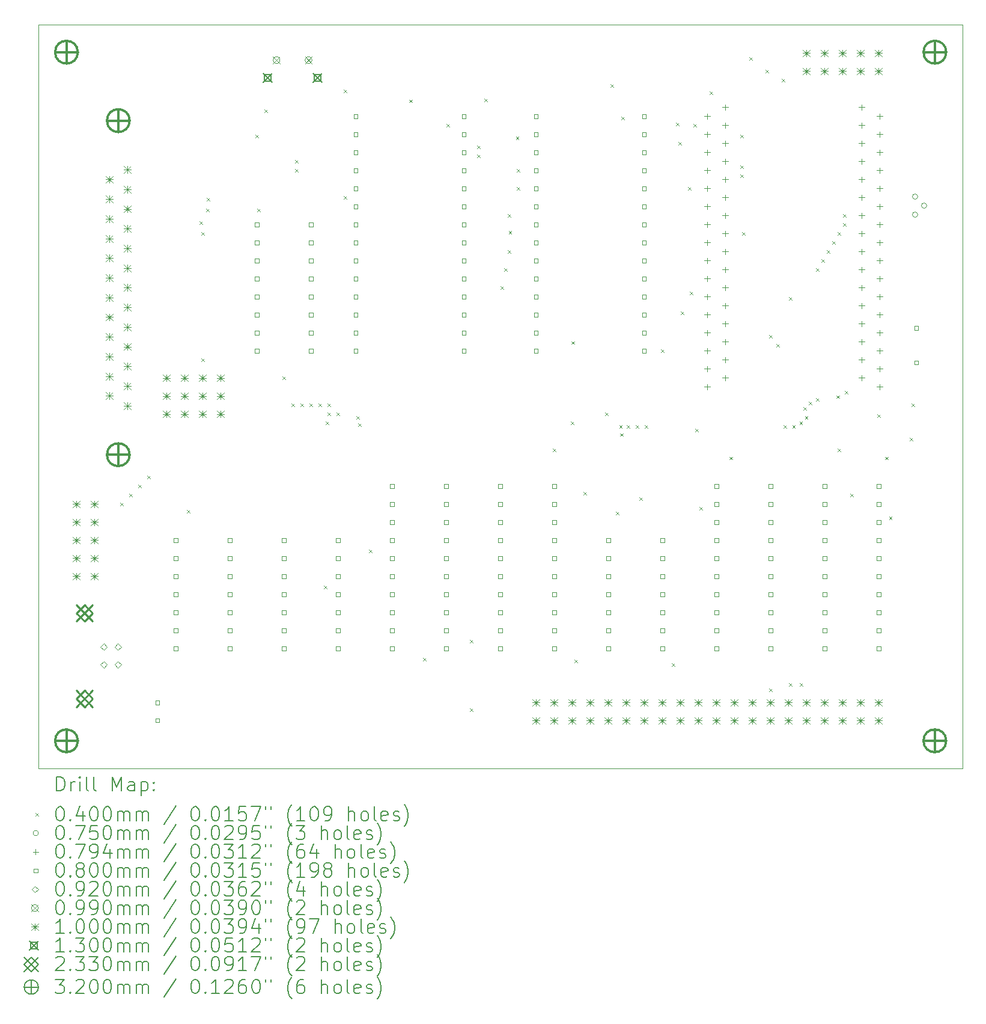
<source format=gbr>
%FSLAX45Y45*%
G04 Gerber Fmt 4.5, Leading zero omitted, Abs format (unit mm)*
G04 Created by KiCad (PCBNEW (6.0.0)) date 2022-03-15 02:00:21*
%MOMM*%
%LPD*%
G01*
G04 APERTURE LIST*
%TA.AperFunction,Profile*%
%ADD10C,0.100000*%
%TD*%
%ADD11C,0.200000*%
%ADD12C,0.040000*%
%ADD13C,0.075000*%
%ADD14C,0.079375*%
%ADD15C,0.080000*%
%ADD16C,0.092000*%
%ADD17C,0.099000*%
%ADD18C,0.100000*%
%ADD19C,0.130000*%
%ADD20C,0.233000*%
%ADD21C,0.320000*%
G04 APERTURE END LIST*
D10*
X19091000Y-14264100D02*
X6073500Y-14264100D01*
X19091000Y-3786600D02*
X19091000Y-14264100D01*
X6073500Y-3786600D02*
X19091000Y-3786600D01*
X6073500Y-14264100D02*
X6073500Y-3786600D01*
D11*
D12*
X7219000Y-10521000D02*
X7259000Y-10561000D01*
X7259000Y-10521000D02*
X7219000Y-10561000D01*
X7346000Y-10394000D02*
X7386000Y-10434000D01*
X7386000Y-10394000D02*
X7346000Y-10434000D01*
X7473000Y-10267000D02*
X7513000Y-10307000D01*
X7513000Y-10267000D02*
X7473000Y-10307000D01*
X7600000Y-10140000D02*
X7640000Y-10180000D01*
X7640000Y-10140000D02*
X7600000Y-10180000D01*
X8158800Y-10622600D02*
X8198800Y-10662600D01*
X8198800Y-10622600D02*
X8158800Y-10662600D01*
X8336600Y-6558600D02*
X8376600Y-6598600D01*
X8376600Y-6558600D02*
X8336600Y-6598600D01*
X8362000Y-6711000D02*
X8402000Y-6751000D01*
X8402000Y-6711000D02*
X8362000Y-6751000D01*
X8362000Y-8489000D02*
X8402000Y-8529000D01*
X8402000Y-8489000D02*
X8362000Y-8529000D01*
X8434451Y-6384549D02*
X8474451Y-6424549D01*
X8474451Y-6384549D02*
X8434451Y-6424549D01*
X8438200Y-6228400D02*
X8478200Y-6268400D01*
X8478200Y-6228400D02*
X8438200Y-6268400D01*
X9124000Y-5337450D02*
X9164000Y-5377450D01*
X9164000Y-5337450D02*
X9124000Y-5377450D01*
X9149400Y-6380800D02*
X9189400Y-6420800D01*
X9189400Y-6380800D02*
X9149400Y-6420800D01*
X9251000Y-4982500D02*
X9291000Y-5022500D01*
X9291000Y-4982500D02*
X9251000Y-5022500D01*
X9505000Y-8743000D02*
X9545000Y-8783000D01*
X9545000Y-8743000D02*
X9505000Y-8783000D01*
X9632000Y-9124000D02*
X9672000Y-9164000D01*
X9672000Y-9124000D02*
X9632000Y-9164000D01*
X9682800Y-5695000D02*
X9722800Y-5735000D01*
X9722800Y-5695000D02*
X9682800Y-5735000D01*
X9682800Y-5822000D02*
X9722800Y-5862000D01*
X9722800Y-5822000D02*
X9682800Y-5862000D01*
X9759000Y-9124000D02*
X9799000Y-9164000D01*
X9799000Y-9124000D02*
X9759000Y-9164000D01*
X9886000Y-9124000D02*
X9926000Y-9164000D01*
X9926000Y-9124000D02*
X9886000Y-9164000D01*
X10013000Y-9124000D02*
X10053000Y-9164000D01*
X10053000Y-9124000D02*
X10013000Y-9164000D01*
X10089200Y-11689400D02*
X10129200Y-11729400D01*
X10129200Y-11689400D02*
X10089200Y-11729400D01*
X10114600Y-9378000D02*
X10154600Y-9418000D01*
X10154600Y-9378000D02*
X10114600Y-9418000D01*
X10140000Y-9124000D02*
X10180000Y-9164000D01*
X10180000Y-9124000D02*
X10140000Y-9164000D01*
X10140000Y-9251000D02*
X10180000Y-9291000D01*
X10180000Y-9251000D02*
X10140000Y-9291000D01*
X10267000Y-9251000D02*
X10307000Y-9291000D01*
X10307000Y-9251000D02*
X10267000Y-9291000D01*
X10368600Y-4704400D02*
X10408600Y-4744400D01*
X10408600Y-4704400D02*
X10368600Y-4744400D01*
X10368600Y-6203000D02*
X10408600Y-6243000D01*
X10408600Y-6203000D02*
X10368600Y-6243000D01*
X10546400Y-9301800D02*
X10586400Y-9341800D01*
X10586400Y-9301800D02*
X10546400Y-9341800D01*
X10571800Y-9403400D02*
X10611800Y-9443400D01*
X10611800Y-9403400D02*
X10571800Y-9443400D01*
X10724200Y-11181400D02*
X10764200Y-11221400D01*
X10764200Y-11181400D02*
X10724200Y-11221400D01*
X11295700Y-4844100D02*
X11335700Y-4884100D01*
X11335700Y-4844100D02*
X11295700Y-4884100D01*
X11486200Y-12705400D02*
X11526200Y-12745400D01*
X11526200Y-12705400D02*
X11486200Y-12745400D01*
X11816400Y-5187000D02*
X11856400Y-5227000D01*
X11856400Y-5187000D02*
X11816400Y-5227000D01*
X12146600Y-12451400D02*
X12186600Y-12491400D01*
X12186600Y-12451400D02*
X12146600Y-12491400D01*
X12146600Y-13416600D02*
X12186600Y-13456600D01*
X12186600Y-13416600D02*
X12146600Y-13456600D01*
X12248200Y-5491800D02*
X12288200Y-5531800D01*
X12288200Y-5491800D02*
X12248200Y-5531800D01*
X12248200Y-5618800D02*
X12288200Y-5658800D01*
X12288200Y-5618800D02*
X12248200Y-5658800D01*
X12349800Y-4831400D02*
X12389800Y-4871400D01*
X12389800Y-4831400D02*
X12349800Y-4871400D01*
X12578400Y-7473000D02*
X12618400Y-7513000D01*
X12618400Y-7473000D02*
X12578400Y-7513000D01*
X12629200Y-7219000D02*
X12669200Y-7259000D01*
X12669200Y-7219000D02*
X12629200Y-7259000D01*
X12680000Y-6457000D02*
X12720000Y-6497000D01*
X12720000Y-6457000D02*
X12680000Y-6497000D01*
X12680000Y-6965000D02*
X12720000Y-7005000D01*
X12720000Y-6965000D02*
X12680000Y-7005000D01*
X12694549Y-6696451D02*
X12734549Y-6736451D01*
X12734549Y-6696451D02*
X12694549Y-6736451D01*
X12796596Y-5364800D02*
X12836596Y-5404800D01*
X12836596Y-5364800D02*
X12796596Y-5404800D01*
X12807000Y-5822000D02*
X12847000Y-5862000D01*
X12847000Y-5822000D02*
X12807000Y-5862000D01*
X12807000Y-6076000D02*
X12847000Y-6116000D01*
X12847000Y-6076000D02*
X12807000Y-6116000D01*
X13315000Y-9759000D02*
X13355000Y-9799000D01*
X13355000Y-9759000D02*
X13315000Y-9799000D01*
X13569000Y-9378000D02*
X13609000Y-9418000D01*
X13609000Y-9378000D02*
X13569000Y-9418000D01*
X13579851Y-8249549D02*
X13619851Y-8289549D01*
X13619851Y-8249549D02*
X13579851Y-8289549D01*
X13619800Y-12730800D02*
X13659800Y-12770800D01*
X13659800Y-12730800D02*
X13619800Y-12770800D01*
X13746800Y-10368600D02*
X13786800Y-10408600D01*
X13786800Y-10368600D02*
X13746800Y-10408600D01*
X14051600Y-9251000D02*
X14091600Y-9291000D01*
X14091600Y-9251000D02*
X14051600Y-9291000D01*
X14127800Y-4628200D02*
X14167800Y-4668200D01*
X14167800Y-4628200D02*
X14127800Y-4668200D01*
X14204000Y-10648000D02*
X14244000Y-10688000D01*
X14244000Y-10648000D02*
X14204000Y-10688000D01*
X14254369Y-9429231D02*
X14294369Y-9469231D01*
X14294369Y-9429231D02*
X14254369Y-9469231D01*
X14266639Y-9543961D02*
X14306639Y-9583961D01*
X14306639Y-9543961D02*
X14266639Y-9583961D01*
X14280200Y-5085400D02*
X14320200Y-5125400D01*
X14320200Y-5085400D02*
X14280200Y-5125400D01*
X14356400Y-9428800D02*
X14396400Y-9468800D01*
X14396400Y-9428800D02*
X14356400Y-9468800D01*
X14483400Y-9428800D02*
X14523400Y-9468800D01*
X14523400Y-9428800D02*
X14483400Y-9468800D01*
X14535500Y-10443500D02*
X14575500Y-10483500D01*
X14575500Y-10443500D02*
X14535500Y-10483500D01*
X14610400Y-9428800D02*
X14650400Y-9468800D01*
X14650400Y-9428800D02*
X14610400Y-9468800D01*
X14839000Y-8362000D02*
X14879000Y-8402000D01*
X14879000Y-8362000D02*
X14839000Y-8402000D01*
X14991400Y-12781600D02*
X15031400Y-12821600D01*
X15031400Y-12781600D02*
X14991400Y-12821600D01*
X15053051Y-5172451D02*
X15093051Y-5212451D01*
X15093051Y-5172451D02*
X15053051Y-5212451D01*
X15090211Y-5443789D02*
X15130211Y-5483789D01*
X15130211Y-5443789D02*
X15090211Y-5483789D01*
X15118400Y-7828600D02*
X15158400Y-7868600D01*
X15158400Y-7828600D02*
X15118400Y-7868600D01*
X15220000Y-6076000D02*
X15260000Y-6116000D01*
X15260000Y-6076000D02*
X15220000Y-6116000D01*
X15245400Y-7549200D02*
X15285400Y-7589200D01*
X15285400Y-7549200D02*
X15245400Y-7589200D01*
X15296200Y-5187000D02*
X15336200Y-5227000D01*
X15336200Y-5187000D02*
X15296200Y-5227000D01*
X15321600Y-9479600D02*
X15361600Y-9519600D01*
X15361600Y-9479600D02*
X15321600Y-9519600D01*
X15382535Y-10581935D02*
X15422535Y-10621935D01*
X15422535Y-10581935D02*
X15382535Y-10621935D01*
X15524800Y-4729800D02*
X15564800Y-4769800D01*
X15564800Y-4729800D02*
X15524800Y-4769800D01*
X15804200Y-9874048D02*
X15844200Y-9914048D01*
X15844200Y-9874048D02*
X15804200Y-9914048D01*
X15956600Y-5339400D02*
X15996600Y-5379400D01*
X15996600Y-5339400D02*
X15956600Y-5379400D01*
X15956600Y-5771200D02*
X15996600Y-5811200D01*
X15996600Y-5771200D02*
X15956600Y-5811200D01*
X15956600Y-5898200D02*
X15996600Y-5938200D01*
X15996600Y-5898200D02*
X15956600Y-5938200D01*
X15982000Y-6711000D02*
X16022000Y-6751000D01*
X16022000Y-6711000D02*
X15982000Y-6751000D01*
X16085608Y-4245192D02*
X16125608Y-4285192D01*
X16125608Y-4245192D02*
X16085608Y-4285192D01*
X16312200Y-4425000D02*
X16352200Y-4465000D01*
X16352200Y-4425000D02*
X16312200Y-4465000D01*
X16363000Y-8158800D02*
X16403000Y-8198800D01*
X16403000Y-8158800D02*
X16363000Y-8198800D01*
X16363000Y-13137200D02*
X16403000Y-13177200D01*
X16403000Y-13137200D02*
X16363000Y-13177200D01*
X16464600Y-8285800D02*
X16504600Y-8325800D01*
X16504600Y-8285800D02*
X16464600Y-8325800D01*
X16540800Y-4552000D02*
X16580800Y-4592000D01*
X16580800Y-4552000D02*
X16540800Y-4592000D01*
X16566200Y-9428800D02*
X16606200Y-9468800D01*
X16606200Y-9428800D02*
X16566200Y-9468800D01*
X16642400Y-7625400D02*
X16682400Y-7665400D01*
X16682400Y-7625400D02*
X16642400Y-7665400D01*
X16642400Y-13061000D02*
X16682400Y-13101000D01*
X16682400Y-13061000D02*
X16642400Y-13101000D01*
X16693037Y-9428963D02*
X16733037Y-9468963D01*
X16733037Y-9428963D02*
X16693037Y-9468963D01*
X16794369Y-9378431D02*
X16834369Y-9418431D01*
X16834369Y-9378431D02*
X16794369Y-9418431D01*
X16794800Y-13061000D02*
X16834800Y-13101000D01*
X16834800Y-13061000D02*
X16794800Y-13101000D01*
X16849349Y-9178549D02*
X16889349Y-9218549D01*
X16889349Y-9178549D02*
X16849349Y-9218549D01*
X16870139Y-9301800D02*
X16910139Y-9341800D01*
X16910139Y-9301800D02*
X16870139Y-9341800D01*
X16921800Y-9098600D02*
X16961800Y-9138600D01*
X16961800Y-9098600D02*
X16921800Y-9138600D01*
X17023400Y-7219000D02*
X17063400Y-7259000D01*
X17063400Y-7219000D02*
X17023400Y-7259000D01*
X17023400Y-9047800D02*
X17063400Y-9087800D01*
X17063400Y-9047800D02*
X17023400Y-9087800D01*
X17099600Y-7092000D02*
X17139600Y-7132000D01*
X17139600Y-7092000D02*
X17099600Y-7132000D01*
X17175800Y-6965000D02*
X17215800Y-7005000D01*
X17215800Y-6965000D02*
X17175800Y-7005000D01*
X17252000Y-6838000D02*
X17292000Y-6878000D01*
X17292000Y-6838000D02*
X17252000Y-6878000D01*
X17315500Y-9009700D02*
X17355500Y-9049700D01*
X17355500Y-9009700D02*
X17315500Y-9049700D01*
X17328200Y-6711000D02*
X17368200Y-6751000D01*
X17368200Y-6711000D02*
X17328200Y-6751000D01*
X17328200Y-9759000D02*
X17368200Y-9799000D01*
X17368200Y-9759000D02*
X17328200Y-9799000D01*
X17404400Y-6457000D02*
X17444400Y-6497000D01*
X17444400Y-6457000D02*
X17404400Y-6497000D01*
X17404400Y-6584000D02*
X17444400Y-6624000D01*
X17444400Y-6584000D02*
X17404400Y-6624000D01*
X17429800Y-8946200D02*
X17469800Y-8986200D01*
X17469800Y-8946200D02*
X17429800Y-8986200D01*
X17506000Y-10394000D02*
X17546000Y-10434000D01*
X17546000Y-10394000D02*
X17506000Y-10434000D01*
X17887000Y-9276400D02*
X17927000Y-9316400D01*
X17927000Y-9276400D02*
X17887000Y-9316400D01*
X18000451Y-9874149D02*
X18040451Y-9914149D01*
X18040451Y-9874149D02*
X18000451Y-9914149D01*
X18055250Y-10714650D02*
X18095250Y-10754650D01*
X18095250Y-10714650D02*
X18055250Y-10754650D01*
X18344200Y-9606600D02*
X18384200Y-9646600D01*
X18384200Y-9606600D02*
X18344200Y-9646600D01*
X18369600Y-9124000D02*
X18409600Y-9164000D01*
X18409600Y-9124000D02*
X18369600Y-9164000D01*
D13*
X18459680Y-6210300D02*
G75*
G03*
X18459680Y-6210300I-37500J0D01*
G01*
X18459680Y-6464300D02*
G75*
G03*
X18459680Y-6464300I-37500J0D01*
G01*
X18586680Y-6337300D02*
G75*
G03*
X18586680Y-6337300I-37500J0D01*
G01*
D14*
X15492984Y-5040313D02*
X15492984Y-5119688D01*
X15453296Y-5080000D02*
X15532671Y-5080000D01*
X15492984Y-5294313D02*
X15492984Y-5373688D01*
X15453296Y-5334000D02*
X15532671Y-5334000D01*
X15492984Y-5548313D02*
X15492984Y-5627687D01*
X15453296Y-5588000D02*
X15532671Y-5588000D01*
X15492984Y-5802312D02*
X15492984Y-5881687D01*
X15453296Y-5842000D02*
X15532671Y-5842000D01*
X15492984Y-6056312D02*
X15492984Y-6135687D01*
X15453296Y-6096000D02*
X15532671Y-6096000D01*
X15492984Y-6310312D02*
X15492984Y-6389687D01*
X15453296Y-6350000D02*
X15532671Y-6350000D01*
X15492984Y-6564312D02*
X15492984Y-6643687D01*
X15453296Y-6604000D02*
X15532671Y-6604000D01*
X15492984Y-6818312D02*
X15492984Y-6897687D01*
X15453296Y-6858000D02*
X15532671Y-6858000D01*
X15492984Y-7072312D02*
X15492984Y-7151687D01*
X15453296Y-7112000D02*
X15532671Y-7112000D01*
X15492984Y-7326312D02*
X15492984Y-7405687D01*
X15453296Y-7366000D02*
X15532671Y-7366000D01*
X15492984Y-7580312D02*
X15492984Y-7659687D01*
X15453296Y-7620000D02*
X15532671Y-7620000D01*
X15492984Y-7834312D02*
X15492984Y-7913687D01*
X15453296Y-7874000D02*
X15532671Y-7874000D01*
X15492984Y-8088312D02*
X15492984Y-8167687D01*
X15453296Y-8128000D02*
X15532671Y-8128000D01*
X15492984Y-8342312D02*
X15492984Y-8421688D01*
X15453296Y-8382000D02*
X15532671Y-8382000D01*
X15492984Y-8596313D02*
X15492984Y-8675688D01*
X15453296Y-8636000D02*
X15532671Y-8636000D01*
X15492984Y-8850313D02*
X15492984Y-8929688D01*
X15453296Y-8890000D02*
X15532671Y-8890000D01*
X15748000Y-4913313D02*
X15748000Y-4992688D01*
X15708312Y-4953000D02*
X15787687Y-4953000D01*
X15748000Y-5167313D02*
X15748000Y-5246688D01*
X15708312Y-5207000D02*
X15787687Y-5207000D01*
X15748000Y-5421313D02*
X15748000Y-5500688D01*
X15708312Y-5461000D02*
X15787687Y-5461000D01*
X15748000Y-5675312D02*
X15748000Y-5754687D01*
X15708312Y-5715000D02*
X15787687Y-5715000D01*
X15748000Y-5929312D02*
X15748000Y-6008687D01*
X15708312Y-5969000D02*
X15787687Y-5969000D01*
X15748000Y-6183312D02*
X15748000Y-6262687D01*
X15708312Y-6223000D02*
X15787687Y-6223000D01*
X15748000Y-6437312D02*
X15748000Y-6516687D01*
X15708312Y-6477000D02*
X15787687Y-6477000D01*
X15748000Y-6691312D02*
X15748000Y-6770687D01*
X15708312Y-6731000D02*
X15787687Y-6731000D01*
X15748000Y-6945312D02*
X15748000Y-7024687D01*
X15708312Y-6985000D02*
X15787687Y-6985000D01*
X15748000Y-7199312D02*
X15748000Y-7278687D01*
X15708312Y-7239000D02*
X15787687Y-7239000D01*
X15748000Y-7453312D02*
X15748000Y-7532687D01*
X15708312Y-7493000D02*
X15787687Y-7493000D01*
X15748000Y-7707312D02*
X15748000Y-7786687D01*
X15708312Y-7747000D02*
X15787687Y-7747000D01*
X15748000Y-7961312D02*
X15748000Y-8040687D01*
X15708312Y-8001000D02*
X15787687Y-8001000D01*
X15748000Y-8215312D02*
X15748000Y-8294687D01*
X15708312Y-8255000D02*
X15787687Y-8255000D01*
X15748000Y-8469313D02*
X15748000Y-8548688D01*
X15708312Y-8509000D02*
X15787687Y-8509000D01*
X15748000Y-8723313D02*
X15748000Y-8802688D01*
X15708312Y-8763000D02*
X15787687Y-8763000D01*
X17667986Y-4913313D02*
X17667986Y-4992688D01*
X17628299Y-4953000D02*
X17707674Y-4953000D01*
X17667986Y-5167313D02*
X17667986Y-5246688D01*
X17628299Y-5207000D02*
X17707674Y-5207000D01*
X17667986Y-5421313D02*
X17667986Y-5500688D01*
X17628299Y-5461000D02*
X17707674Y-5461000D01*
X17667986Y-5675312D02*
X17667986Y-5754687D01*
X17628299Y-5715000D02*
X17707674Y-5715000D01*
X17667986Y-5929312D02*
X17667986Y-6008687D01*
X17628299Y-5969000D02*
X17707674Y-5969000D01*
X17667986Y-6183312D02*
X17667986Y-6262687D01*
X17628299Y-6223000D02*
X17707674Y-6223000D01*
X17667986Y-6437312D02*
X17667986Y-6516687D01*
X17628299Y-6477000D02*
X17707674Y-6477000D01*
X17667986Y-6691312D02*
X17667986Y-6770687D01*
X17628299Y-6731000D02*
X17707674Y-6731000D01*
X17667986Y-6945312D02*
X17667986Y-7024687D01*
X17628299Y-6985000D02*
X17707674Y-6985000D01*
X17667986Y-7199312D02*
X17667986Y-7278687D01*
X17628299Y-7239000D02*
X17707674Y-7239000D01*
X17667986Y-7453312D02*
X17667986Y-7532687D01*
X17628299Y-7493000D02*
X17707674Y-7493000D01*
X17667986Y-7707312D02*
X17667986Y-7786687D01*
X17628299Y-7747000D02*
X17707674Y-7747000D01*
X17667986Y-7961312D02*
X17667986Y-8040687D01*
X17628299Y-8001000D02*
X17707674Y-8001000D01*
X17667986Y-8215312D02*
X17667986Y-8294687D01*
X17628299Y-8255000D02*
X17707674Y-8255000D01*
X17667986Y-8469313D02*
X17667986Y-8548688D01*
X17628299Y-8509000D02*
X17707674Y-8509000D01*
X17667986Y-8723313D02*
X17667986Y-8802688D01*
X17628299Y-8763000D02*
X17707674Y-8763000D01*
X17923002Y-5040313D02*
X17923002Y-5119688D01*
X17883315Y-5080000D02*
X17962690Y-5080000D01*
X17923002Y-5294313D02*
X17923002Y-5373688D01*
X17883315Y-5334000D02*
X17962690Y-5334000D01*
X17923002Y-5548313D02*
X17923002Y-5627687D01*
X17883315Y-5588000D02*
X17962690Y-5588000D01*
X17923002Y-5802312D02*
X17923002Y-5881687D01*
X17883315Y-5842000D02*
X17962690Y-5842000D01*
X17923002Y-6056312D02*
X17923002Y-6135687D01*
X17883315Y-6096000D02*
X17962690Y-6096000D01*
X17923002Y-6310312D02*
X17923002Y-6389687D01*
X17883315Y-6350000D02*
X17962690Y-6350000D01*
X17923002Y-6564312D02*
X17923002Y-6643687D01*
X17883315Y-6604000D02*
X17962690Y-6604000D01*
X17923002Y-6818312D02*
X17923002Y-6897687D01*
X17883315Y-6858000D02*
X17962690Y-6858000D01*
X17923002Y-7072312D02*
X17923002Y-7151687D01*
X17883315Y-7112000D02*
X17962690Y-7112000D01*
X17923002Y-7326312D02*
X17923002Y-7405687D01*
X17883315Y-7366000D02*
X17962690Y-7366000D01*
X17923002Y-7580312D02*
X17923002Y-7659687D01*
X17883315Y-7620000D02*
X17962690Y-7620000D01*
X17923002Y-7834312D02*
X17923002Y-7913687D01*
X17883315Y-7874000D02*
X17962690Y-7874000D01*
X17923002Y-8088312D02*
X17923002Y-8167687D01*
X17883315Y-8128000D02*
X17962690Y-8128000D01*
X17923002Y-8342312D02*
X17923002Y-8421688D01*
X17883315Y-8382000D02*
X17962690Y-8382000D01*
X17923002Y-8596313D02*
X17923002Y-8675688D01*
X17883315Y-8636000D02*
X17962690Y-8636000D01*
X17923002Y-8850313D02*
X17923002Y-8929688D01*
X17883315Y-8890000D02*
X17962690Y-8890000D01*
D15*
X7775284Y-13363284D02*
X7775284Y-13306715D01*
X7718715Y-13306715D01*
X7718715Y-13363284D01*
X7775284Y-13363284D01*
X7775284Y-13613284D02*
X7775284Y-13556715D01*
X7718715Y-13556715D01*
X7718715Y-13613284D01*
X7775284Y-13613284D01*
X8030284Y-11076785D02*
X8030284Y-11020216D01*
X7973715Y-11020216D01*
X7973715Y-11076785D01*
X8030284Y-11076785D01*
X8030284Y-11330784D02*
X8030284Y-11274215D01*
X7973715Y-11274215D01*
X7973715Y-11330784D01*
X8030284Y-11330784D01*
X8030284Y-11584784D02*
X8030284Y-11528215D01*
X7973715Y-11528215D01*
X7973715Y-11584784D01*
X8030284Y-11584784D01*
X8030284Y-11838784D02*
X8030284Y-11782215D01*
X7973715Y-11782215D01*
X7973715Y-11838784D01*
X8030284Y-11838784D01*
X8030284Y-12092784D02*
X8030284Y-12036215D01*
X7973715Y-12036215D01*
X7973715Y-12092784D01*
X8030284Y-12092784D01*
X8030284Y-12346784D02*
X8030284Y-12290215D01*
X7973715Y-12290215D01*
X7973715Y-12346784D01*
X8030284Y-12346784D01*
X8030284Y-12600784D02*
X8030284Y-12544215D01*
X7973715Y-12544215D01*
X7973715Y-12600784D01*
X8030284Y-12600784D01*
X8792285Y-11076785D02*
X8792285Y-11020216D01*
X8735716Y-11020216D01*
X8735716Y-11076785D01*
X8792285Y-11076785D01*
X8792285Y-11330784D02*
X8792285Y-11274215D01*
X8735716Y-11274215D01*
X8735716Y-11330784D01*
X8792285Y-11330784D01*
X8792285Y-11584784D02*
X8792285Y-11528215D01*
X8735716Y-11528215D01*
X8735716Y-11584784D01*
X8792285Y-11584784D01*
X8792285Y-11838784D02*
X8792285Y-11782215D01*
X8735716Y-11782215D01*
X8735716Y-11838784D01*
X8792285Y-11838784D01*
X8792285Y-12092784D02*
X8792285Y-12036215D01*
X8735716Y-12036215D01*
X8735716Y-12092784D01*
X8792285Y-12092784D01*
X8792285Y-12346784D02*
X8792285Y-12290215D01*
X8735716Y-12290215D01*
X8735716Y-12346784D01*
X8792285Y-12346784D01*
X8792285Y-12600784D02*
X8792285Y-12544215D01*
X8735716Y-12544215D01*
X8735716Y-12600784D01*
X8792285Y-12600784D01*
X9176535Y-6631284D02*
X9176535Y-6574715D01*
X9119966Y-6574715D01*
X9119966Y-6631284D01*
X9176535Y-6631284D01*
X9176535Y-6885284D02*
X9176535Y-6828715D01*
X9119966Y-6828715D01*
X9119966Y-6885284D01*
X9176535Y-6885284D01*
X9176535Y-7139284D02*
X9176535Y-7082715D01*
X9119966Y-7082715D01*
X9119966Y-7139284D01*
X9176535Y-7139284D01*
X9176535Y-7393284D02*
X9176535Y-7336715D01*
X9119966Y-7336715D01*
X9119966Y-7393284D01*
X9176535Y-7393284D01*
X9176535Y-7647284D02*
X9176535Y-7590715D01*
X9119966Y-7590715D01*
X9119966Y-7647284D01*
X9176535Y-7647284D01*
X9176535Y-7901284D02*
X9176535Y-7844715D01*
X9119966Y-7844715D01*
X9119966Y-7901284D01*
X9176535Y-7901284D01*
X9176535Y-8155284D02*
X9176535Y-8098715D01*
X9119966Y-8098715D01*
X9119966Y-8155284D01*
X9176535Y-8155284D01*
X9176535Y-8409285D02*
X9176535Y-8352715D01*
X9119966Y-8352715D01*
X9119966Y-8409285D01*
X9176535Y-8409285D01*
X9554285Y-11076785D02*
X9554285Y-11020216D01*
X9497716Y-11020216D01*
X9497716Y-11076785D01*
X9554285Y-11076785D01*
X9554285Y-11330784D02*
X9554285Y-11274215D01*
X9497716Y-11274215D01*
X9497716Y-11330784D01*
X9554285Y-11330784D01*
X9554285Y-11584784D02*
X9554285Y-11528215D01*
X9497716Y-11528215D01*
X9497716Y-11584784D01*
X9554285Y-11584784D01*
X9554285Y-11838784D02*
X9554285Y-11782215D01*
X9497716Y-11782215D01*
X9497716Y-11838784D01*
X9554285Y-11838784D01*
X9554285Y-12092784D02*
X9554285Y-12036215D01*
X9497716Y-12036215D01*
X9497716Y-12092784D01*
X9554285Y-12092784D01*
X9554285Y-12346784D02*
X9554285Y-12290215D01*
X9497716Y-12290215D01*
X9497716Y-12346784D01*
X9554285Y-12346784D01*
X9554285Y-12600784D02*
X9554285Y-12544215D01*
X9497716Y-12544215D01*
X9497716Y-12600784D01*
X9554285Y-12600784D01*
X9938535Y-6631284D02*
X9938535Y-6574715D01*
X9881966Y-6574715D01*
X9881966Y-6631284D01*
X9938535Y-6631284D01*
X9938535Y-6885284D02*
X9938535Y-6828715D01*
X9881966Y-6828715D01*
X9881966Y-6885284D01*
X9938535Y-6885284D01*
X9938535Y-7139284D02*
X9938535Y-7082715D01*
X9881966Y-7082715D01*
X9881966Y-7139284D01*
X9938535Y-7139284D01*
X9938535Y-7393284D02*
X9938535Y-7336715D01*
X9881966Y-7336715D01*
X9881966Y-7393284D01*
X9938535Y-7393284D01*
X9938535Y-7647284D02*
X9938535Y-7590715D01*
X9881966Y-7590715D01*
X9881966Y-7647284D01*
X9938535Y-7647284D01*
X9938535Y-7901284D02*
X9938535Y-7844715D01*
X9881966Y-7844715D01*
X9881966Y-7901284D01*
X9938535Y-7901284D01*
X9938535Y-8155284D02*
X9938535Y-8098715D01*
X9881966Y-8098715D01*
X9881966Y-8155284D01*
X9938535Y-8155284D01*
X9938535Y-8409285D02*
X9938535Y-8352715D01*
X9881966Y-8352715D01*
X9881966Y-8409285D01*
X9938535Y-8409285D01*
X10316285Y-11076785D02*
X10316285Y-11020216D01*
X10259716Y-11020216D01*
X10259716Y-11076785D01*
X10316285Y-11076785D01*
X10316285Y-11330784D02*
X10316285Y-11274215D01*
X10259716Y-11274215D01*
X10259716Y-11330784D01*
X10316285Y-11330784D01*
X10316285Y-11584784D02*
X10316285Y-11528215D01*
X10259716Y-11528215D01*
X10259716Y-11584784D01*
X10316285Y-11584784D01*
X10316285Y-11838784D02*
X10316285Y-11782215D01*
X10259716Y-11782215D01*
X10259716Y-11838784D01*
X10316285Y-11838784D01*
X10316285Y-12092784D02*
X10316285Y-12036215D01*
X10259716Y-12036215D01*
X10259716Y-12092784D01*
X10316285Y-12092784D01*
X10316285Y-12346784D02*
X10316285Y-12290215D01*
X10259716Y-12290215D01*
X10259716Y-12346784D01*
X10316285Y-12346784D01*
X10316285Y-12600784D02*
X10316285Y-12544215D01*
X10259716Y-12544215D01*
X10259716Y-12600784D01*
X10316285Y-12600784D01*
X10569285Y-5108285D02*
X10569285Y-5051716D01*
X10512716Y-5051716D01*
X10512716Y-5108285D01*
X10569285Y-5108285D01*
X10569285Y-5362285D02*
X10569285Y-5305716D01*
X10512716Y-5305716D01*
X10512716Y-5362285D01*
X10569285Y-5362285D01*
X10569285Y-5616284D02*
X10569285Y-5559716D01*
X10512716Y-5559716D01*
X10512716Y-5616284D01*
X10569285Y-5616284D01*
X10569285Y-5870284D02*
X10569285Y-5813715D01*
X10512716Y-5813715D01*
X10512716Y-5870284D01*
X10569285Y-5870284D01*
X10569285Y-6124284D02*
X10569285Y-6067715D01*
X10512716Y-6067715D01*
X10512716Y-6124284D01*
X10569285Y-6124284D01*
X10569285Y-6378284D02*
X10569285Y-6321715D01*
X10512716Y-6321715D01*
X10512716Y-6378284D01*
X10569285Y-6378284D01*
X10569285Y-6632284D02*
X10569285Y-6575715D01*
X10512716Y-6575715D01*
X10512716Y-6632284D01*
X10569285Y-6632284D01*
X10569285Y-6886284D02*
X10569285Y-6829715D01*
X10512716Y-6829715D01*
X10512716Y-6886284D01*
X10569285Y-6886284D01*
X10569285Y-7140284D02*
X10569285Y-7083715D01*
X10512716Y-7083715D01*
X10512716Y-7140284D01*
X10569285Y-7140284D01*
X10569285Y-7394284D02*
X10569285Y-7337715D01*
X10512716Y-7337715D01*
X10512716Y-7394284D01*
X10569285Y-7394284D01*
X10569285Y-7648284D02*
X10569285Y-7591715D01*
X10512716Y-7591715D01*
X10512716Y-7648284D01*
X10569285Y-7648284D01*
X10569285Y-7902284D02*
X10569285Y-7845715D01*
X10512716Y-7845715D01*
X10512716Y-7902284D01*
X10569285Y-7902284D01*
X10569285Y-8156284D02*
X10569285Y-8099715D01*
X10512716Y-8099715D01*
X10512716Y-8156284D01*
X10569285Y-8156284D01*
X10569285Y-8410285D02*
X10569285Y-8353715D01*
X10512716Y-8353715D01*
X10512716Y-8410285D01*
X10569285Y-8410285D01*
X11078285Y-10315785D02*
X11078285Y-10259216D01*
X11021716Y-10259216D01*
X11021716Y-10315785D01*
X11078285Y-10315785D01*
X11078285Y-10569785D02*
X11078285Y-10513216D01*
X11021716Y-10513216D01*
X11021716Y-10569785D01*
X11078285Y-10569785D01*
X11078285Y-10823785D02*
X11078285Y-10767216D01*
X11021716Y-10767216D01*
X11021716Y-10823785D01*
X11078285Y-10823785D01*
X11078285Y-11077785D02*
X11078285Y-11021216D01*
X11021716Y-11021216D01*
X11021716Y-11077785D01*
X11078285Y-11077785D01*
X11078285Y-11331784D02*
X11078285Y-11275215D01*
X11021716Y-11275215D01*
X11021716Y-11331784D01*
X11078285Y-11331784D01*
X11078285Y-11585784D02*
X11078285Y-11529215D01*
X11021716Y-11529215D01*
X11021716Y-11585784D01*
X11078285Y-11585784D01*
X11078285Y-11839784D02*
X11078285Y-11783215D01*
X11021716Y-11783215D01*
X11021716Y-11839784D01*
X11078285Y-11839784D01*
X11078285Y-12093784D02*
X11078285Y-12037215D01*
X11021716Y-12037215D01*
X11021716Y-12093784D01*
X11078285Y-12093784D01*
X11078285Y-12347784D02*
X11078285Y-12291215D01*
X11021716Y-12291215D01*
X11021716Y-12347784D01*
X11078285Y-12347784D01*
X11078285Y-12601784D02*
X11078285Y-12545215D01*
X11021716Y-12545215D01*
X11021716Y-12601784D01*
X11078285Y-12601784D01*
X11840284Y-10315785D02*
X11840284Y-10259216D01*
X11783715Y-10259216D01*
X11783715Y-10315785D01*
X11840284Y-10315785D01*
X11840284Y-10569785D02*
X11840284Y-10513216D01*
X11783715Y-10513216D01*
X11783715Y-10569785D01*
X11840284Y-10569785D01*
X11840284Y-10823785D02*
X11840284Y-10767216D01*
X11783715Y-10767216D01*
X11783715Y-10823785D01*
X11840284Y-10823785D01*
X11840284Y-11077785D02*
X11840284Y-11021216D01*
X11783715Y-11021216D01*
X11783715Y-11077785D01*
X11840284Y-11077785D01*
X11840284Y-11331784D02*
X11840284Y-11275215D01*
X11783715Y-11275215D01*
X11783715Y-11331784D01*
X11840284Y-11331784D01*
X11840284Y-11585784D02*
X11840284Y-11529215D01*
X11783715Y-11529215D01*
X11783715Y-11585784D01*
X11840284Y-11585784D01*
X11840284Y-11839784D02*
X11840284Y-11783215D01*
X11783715Y-11783215D01*
X11783715Y-11839784D01*
X11840284Y-11839784D01*
X11840284Y-12093784D02*
X11840284Y-12037215D01*
X11783715Y-12037215D01*
X11783715Y-12093784D01*
X11840284Y-12093784D01*
X11840284Y-12347784D02*
X11840284Y-12291215D01*
X11783715Y-12291215D01*
X11783715Y-12347784D01*
X11840284Y-12347784D01*
X11840284Y-12601784D02*
X11840284Y-12545215D01*
X11783715Y-12545215D01*
X11783715Y-12601784D01*
X11840284Y-12601784D01*
X12093284Y-5108285D02*
X12093284Y-5051716D01*
X12036715Y-5051716D01*
X12036715Y-5108285D01*
X12093284Y-5108285D01*
X12093284Y-5362285D02*
X12093284Y-5305716D01*
X12036715Y-5305716D01*
X12036715Y-5362285D01*
X12093284Y-5362285D01*
X12093284Y-5616284D02*
X12093284Y-5559716D01*
X12036715Y-5559716D01*
X12036715Y-5616284D01*
X12093284Y-5616284D01*
X12093284Y-5870284D02*
X12093284Y-5813715D01*
X12036715Y-5813715D01*
X12036715Y-5870284D01*
X12093284Y-5870284D01*
X12093284Y-6124284D02*
X12093284Y-6067715D01*
X12036715Y-6067715D01*
X12036715Y-6124284D01*
X12093284Y-6124284D01*
X12093284Y-6378284D02*
X12093284Y-6321715D01*
X12036715Y-6321715D01*
X12036715Y-6378284D01*
X12093284Y-6378284D01*
X12093284Y-6632284D02*
X12093284Y-6575715D01*
X12036715Y-6575715D01*
X12036715Y-6632284D01*
X12093284Y-6632284D01*
X12093284Y-6886284D02*
X12093284Y-6829715D01*
X12036715Y-6829715D01*
X12036715Y-6886284D01*
X12093284Y-6886284D01*
X12093284Y-7140284D02*
X12093284Y-7083715D01*
X12036715Y-7083715D01*
X12036715Y-7140284D01*
X12093284Y-7140284D01*
X12093284Y-7394284D02*
X12093284Y-7337715D01*
X12036715Y-7337715D01*
X12036715Y-7394284D01*
X12093284Y-7394284D01*
X12093284Y-7648284D02*
X12093284Y-7591715D01*
X12036715Y-7591715D01*
X12036715Y-7648284D01*
X12093284Y-7648284D01*
X12093284Y-7902284D02*
X12093284Y-7845715D01*
X12036715Y-7845715D01*
X12036715Y-7902284D01*
X12093284Y-7902284D01*
X12093284Y-8156284D02*
X12093284Y-8099715D01*
X12036715Y-8099715D01*
X12036715Y-8156284D01*
X12093284Y-8156284D01*
X12093284Y-8410285D02*
X12093284Y-8353715D01*
X12036715Y-8353715D01*
X12036715Y-8410285D01*
X12093284Y-8410285D01*
X12602284Y-10315785D02*
X12602284Y-10259216D01*
X12545715Y-10259216D01*
X12545715Y-10315785D01*
X12602284Y-10315785D01*
X12602284Y-10569785D02*
X12602284Y-10513216D01*
X12545715Y-10513216D01*
X12545715Y-10569785D01*
X12602284Y-10569785D01*
X12602284Y-10823785D02*
X12602284Y-10767216D01*
X12545715Y-10767216D01*
X12545715Y-10823785D01*
X12602284Y-10823785D01*
X12602284Y-11077785D02*
X12602284Y-11021216D01*
X12545715Y-11021216D01*
X12545715Y-11077785D01*
X12602284Y-11077785D01*
X12602284Y-11331784D02*
X12602284Y-11275215D01*
X12545715Y-11275215D01*
X12545715Y-11331784D01*
X12602284Y-11331784D01*
X12602284Y-11585784D02*
X12602284Y-11529215D01*
X12545715Y-11529215D01*
X12545715Y-11585784D01*
X12602284Y-11585784D01*
X12602284Y-11839784D02*
X12602284Y-11783215D01*
X12545715Y-11783215D01*
X12545715Y-11839784D01*
X12602284Y-11839784D01*
X12602284Y-12093784D02*
X12602284Y-12037215D01*
X12545715Y-12037215D01*
X12545715Y-12093784D01*
X12602284Y-12093784D01*
X12602284Y-12347784D02*
X12602284Y-12291215D01*
X12545715Y-12291215D01*
X12545715Y-12347784D01*
X12602284Y-12347784D01*
X12602284Y-12601784D02*
X12602284Y-12545215D01*
X12545715Y-12545215D01*
X12545715Y-12601784D01*
X12602284Y-12601784D01*
X13109284Y-5108285D02*
X13109284Y-5051716D01*
X13052715Y-5051716D01*
X13052715Y-5108285D01*
X13109284Y-5108285D01*
X13109284Y-5362285D02*
X13109284Y-5305716D01*
X13052715Y-5305716D01*
X13052715Y-5362285D01*
X13109284Y-5362285D01*
X13109284Y-5616284D02*
X13109284Y-5559716D01*
X13052715Y-5559716D01*
X13052715Y-5616284D01*
X13109284Y-5616284D01*
X13109284Y-5870284D02*
X13109284Y-5813715D01*
X13052715Y-5813715D01*
X13052715Y-5870284D01*
X13109284Y-5870284D01*
X13109284Y-6124284D02*
X13109284Y-6067715D01*
X13052715Y-6067715D01*
X13052715Y-6124284D01*
X13109284Y-6124284D01*
X13109284Y-6378284D02*
X13109284Y-6321715D01*
X13052715Y-6321715D01*
X13052715Y-6378284D01*
X13109284Y-6378284D01*
X13109284Y-6632284D02*
X13109284Y-6575715D01*
X13052715Y-6575715D01*
X13052715Y-6632284D01*
X13109284Y-6632284D01*
X13109284Y-6886284D02*
X13109284Y-6829715D01*
X13052715Y-6829715D01*
X13052715Y-6886284D01*
X13109284Y-6886284D01*
X13109284Y-7140284D02*
X13109284Y-7083715D01*
X13052715Y-7083715D01*
X13052715Y-7140284D01*
X13109284Y-7140284D01*
X13109284Y-7394284D02*
X13109284Y-7337715D01*
X13052715Y-7337715D01*
X13052715Y-7394284D01*
X13109284Y-7394284D01*
X13109284Y-7648284D02*
X13109284Y-7591715D01*
X13052715Y-7591715D01*
X13052715Y-7648284D01*
X13109284Y-7648284D01*
X13109284Y-7902284D02*
X13109284Y-7845715D01*
X13052715Y-7845715D01*
X13052715Y-7902284D01*
X13109284Y-7902284D01*
X13109284Y-8156284D02*
X13109284Y-8099715D01*
X13052715Y-8099715D01*
X13052715Y-8156284D01*
X13109284Y-8156284D01*
X13109284Y-8410285D02*
X13109284Y-8353715D01*
X13052715Y-8353715D01*
X13052715Y-8410285D01*
X13109284Y-8410285D01*
X13364284Y-10315785D02*
X13364284Y-10259216D01*
X13307715Y-10259216D01*
X13307715Y-10315785D01*
X13364284Y-10315785D01*
X13364284Y-10569785D02*
X13364284Y-10513216D01*
X13307715Y-10513216D01*
X13307715Y-10569785D01*
X13364284Y-10569785D01*
X13364284Y-10823785D02*
X13364284Y-10767216D01*
X13307715Y-10767216D01*
X13307715Y-10823785D01*
X13364284Y-10823785D01*
X13364284Y-11077785D02*
X13364284Y-11021216D01*
X13307715Y-11021216D01*
X13307715Y-11077785D01*
X13364284Y-11077785D01*
X13364284Y-11331784D02*
X13364284Y-11275215D01*
X13307715Y-11275215D01*
X13307715Y-11331784D01*
X13364284Y-11331784D01*
X13364284Y-11585784D02*
X13364284Y-11529215D01*
X13307715Y-11529215D01*
X13307715Y-11585784D01*
X13364284Y-11585784D01*
X13364284Y-11839784D02*
X13364284Y-11783215D01*
X13307715Y-11783215D01*
X13307715Y-11839784D01*
X13364284Y-11839784D01*
X13364284Y-12093784D02*
X13364284Y-12037215D01*
X13307715Y-12037215D01*
X13307715Y-12093784D01*
X13364284Y-12093784D01*
X13364284Y-12347784D02*
X13364284Y-12291215D01*
X13307715Y-12291215D01*
X13307715Y-12347784D01*
X13364284Y-12347784D01*
X13364284Y-12601784D02*
X13364284Y-12545215D01*
X13307715Y-12545215D01*
X13307715Y-12601784D01*
X13364284Y-12601784D01*
X14126284Y-11076785D02*
X14126284Y-11020216D01*
X14069715Y-11020216D01*
X14069715Y-11076785D01*
X14126284Y-11076785D01*
X14126284Y-11330784D02*
X14126284Y-11274215D01*
X14069715Y-11274215D01*
X14069715Y-11330784D01*
X14126284Y-11330784D01*
X14126284Y-11584784D02*
X14126284Y-11528215D01*
X14069715Y-11528215D01*
X14069715Y-11584784D01*
X14126284Y-11584784D01*
X14126284Y-11838784D02*
X14126284Y-11782215D01*
X14069715Y-11782215D01*
X14069715Y-11838784D01*
X14126284Y-11838784D01*
X14126284Y-12092784D02*
X14126284Y-12036215D01*
X14069715Y-12036215D01*
X14069715Y-12092784D01*
X14126284Y-12092784D01*
X14126284Y-12346784D02*
X14126284Y-12290215D01*
X14069715Y-12290215D01*
X14069715Y-12346784D01*
X14126284Y-12346784D01*
X14126284Y-12600784D02*
X14126284Y-12544215D01*
X14069715Y-12544215D01*
X14069715Y-12600784D01*
X14126284Y-12600784D01*
X14633284Y-5108285D02*
X14633284Y-5051716D01*
X14576715Y-5051716D01*
X14576715Y-5108285D01*
X14633284Y-5108285D01*
X14633284Y-5362285D02*
X14633284Y-5305716D01*
X14576715Y-5305716D01*
X14576715Y-5362285D01*
X14633284Y-5362285D01*
X14633284Y-5616284D02*
X14633284Y-5559716D01*
X14576715Y-5559716D01*
X14576715Y-5616284D01*
X14633284Y-5616284D01*
X14633284Y-5870284D02*
X14633284Y-5813715D01*
X14576715Y-5813715D01*
X14576715Y-5870284D01*
X14633284Y-5870284D01*
X14633284Y-6124284D02*
X14633284Y-6067715D01*
X14576715Y-6067715D01*
X14576715Y-6124284D01*
X14633284Y-6124284D01*
X14633284Y-6378284D02*
X14633284Y-6321715D01*
X14576715Y-6321715D01*
X14576715Y-6378284D01*
X14633284Y-6378284D01*
X14633284Y-6632284D02*
X14633284Y-6575715D01*
X14576715Y-6575715D01*
X14576715Y-6632284D01*
X14633284Y-6632284D01*
X14633284Y-6886284D02*
X14633284Y-6829715D01*
X14576715Y-6829715D01*
X14576715Y-6886284D01*
X14633284Y-6886284D01*
X14633284Y-7140284D02*
X14633284Y-7083715D01*
X14576715Y-7083715D01*
X14576715Y-7140284D01*
X14633284Y-7140284D01*
X14633284Y-7394284D02*
X14633284Y-7337715D01*
X14576715Y-7337715D01*
X14576715Y-7394284D01*
X14633284Y-7394284D01*
X14633284Y-7648284D02*
X14633284Y-7591715D01*
X14576715Y-7591715D01*
X14576715Y-7648284D01*
X14633284Y-7648284D01*
X14633284Y-7902284D02*
X14633284Y-7845715D01*
X14576715Y-7845715D01*
X14576715Y-7902284D01*
X14633284Y-7902284D01*
X14633284Y-8156284D02*
X14633284Y-8099715D01*
X14576715Y-8099715D01*
X14576715Y-8156284D01*
X14633284Y-8156284D01*
X14633284Y-8410285D02*
X14633284Y-8353715D01*
X14576715Y-8353715D01*
X14576715Y-8410285D01*
X14633284Y-8410285D01*
X14888284Y-11076785D02*
X14888284Y-11020216D01*
X14831715Y-11020216D01*
X14831715Y-11076785D01*
X14888284Y-11076785D01*
X14888284Y-11330784D02*
X14888284Y-11274215D01*
X14831715Y-11274215D01*
X14831715Y-11330784D01*
X14888284Y-11330784D01*
X14888284Y-11584784D02*
X14888284Y-11528215D01*
X14831715Y-11528215D01*
X14831715Y-11584784D01*
X14888284Y-11584784D01*
X14888284Y-11838784D02*
X14888284Y-11782215D01*
X14831715Y-11782215D01*
X14831715Y-11838784D01*
X14888284Y-11838784D01*
X14888284Y-12092784D02*
X14888284Y-12036215D01*
X14831715Y-12036215D01*
X14831715Y-12092784D01*
X14888284Y-12092784D01*
X14888284Y-12346784D02*
X14888284Y-12290215D01*
X14831715Y-12290215D01*
X14831715Y-12346784D01*
X14888284Y-12346784D01*
X14888284Y-12600784D02*
X14888284Y-12544215D01*
X14831715Y-12544215D01*
X14831715Y-12600784D01*
X14888284Y-12600784D01*
X15650284Y-10315785D02*
X15650284Y-10259216D01*
X15593715Y-10259216D01*
X15593715Y-10315785D01*
X15650284Y-10315785D01*
X15650284Y-10569785D02*
X15650284Y-10513216D01*
X15593715Y-10513216D01*
X15593715Y-10569785D01*
X15650284Y-10569785D01*
X15650284Y-10823785D02*
X15650284Y-10767216D01*
X15593715Y-10767216D01*
X15593715Y-10823785D01*
X15650284Y-10823785D01*
X15650284Y-11077785D02*
X15650284Y-11021216D01*
X15593715Y-11021216D01*
X15593715Y-11077785D01*
X15650284Y-11077785D01*
X15650284Y-11331784D02*
X15650284Y-11275215D01*
X15593715Y-11275215D01*
X15593715Y-11331784D01*
X15650284Y-11331784D01*
X15650284Y-11585784D02*
X15650284Y-11529215D01*
X15593715Y-11529215D01*
X15593715Y-11585784D01*
X15650284Y-11585784D01*
X15650284Y-11839784D02*
X15650284Y-11783215D01*
X15593715Y-11783215D01*
X15593715Y-11839784D01*
X15650284Y-11839784D01*
X15650284Y-12093784D02*
X15650284Y-12037215D01*
X15593715Y-12037215D01*
X15593715Y-12093784D01*
X15650284Y-12093784D01*
X15650284Y-12347784D02*
X15650284Y-12291215D01*
X15593715Y-12291215D01*
X15593715Y-12347784D01*
X15650284Y-12347784D01*
X15650284Y-12601784D02*
X15650284Y-12545215D01*
X15593715Y-12545215D01*
X15593715Y-12601784D01*
X15650284Y-12601784D01*
X16412284Y-10315785D02*
X16412284Y-10259216D01*
X16355715Y-10259216D01*
X16355715Y-10315785D01*
X16412284Y-10315785D01*
X16412284Y-10569785D02*
X16412284Y-10513216D01*
X16355715Y-10513216D01*
X16355715Y-10569785D01*
X16412284Y-10569785D01*
X16412284Y-10823785D02*
X16412284Y-10767216D01*
X16355715Y-10767216D01*
X16355715Y-10823785D01*
X16412284Y-10823785D01*
X16412284Y-11077785D02*
X16412284Y-11021216D01*
X16355715Y-11021216D01*
X16355715Y-11077785D01*
X16412284Y-11077785D01*
X16412284Y-11331784D02*
X16412284Y-11275215D01*
X16355715Y-11275215D01*
X16355715Y-11331784D01*
X16412284Y-11331784D01*
X16412284Y-11585784D02*
X16412284Y-11529215D01*
X16355715Y-11529215D01*
X16355715Y-11585784D01*
X16412284Y-11585784D01*
X16412284Y-11839784D02*
X16412284Y-11783215D01*
X16355715Y-11783215D01*
X16355715Y-11839784D01*
X16412284Y-11839784D01*
X16412284Y-12093784D02*
X16412284Y-12037215D01*
X16355715Y-12037215D01*
X16355715Y-12093784D01*
X16412284Y-12093784D01*
X16412284Y-12347784D02*
X16412284Y-12291215D01*
X16355715Y-12291215D01*
X16355715Y-12347784D01*
X16412284Y-12347784D01*
X16412284Y-12601784D02*
X16412284Y-12545215D01*
X16355715Y-12545215D01*
X16355715Y-12601784D01*
X16412284Y-12601784D01*
X17174285Y-10315785D02*
X17174285Y-10259216D01*
X17117716Y-10259216D01*
X17117716Y-10315785D01*
X17174285Y-10315785D01*
X17174285Y-10569785D02*
X17174285Y-10513216D01*
X17117716Y-10513216D01*
X17117716Y-10569785D01*
X17174285Y-10569785D01*
X17174285Y-10823785D02*
X17174285Y-10767216D01*
X17117716Y-10767216D01*
X17117716Y-10823785D01*
X17174285Y-10823785D01*
X17174285Y-11077785D02*
X17174285Y-11021216D01*
X17117716Y-11021216D01*
X17117716Y-11077785D01*
X17174285Y-11077785D01*
X17174285Y-11331784D02*
X17174285Y-11275215D01*
X17117716Y-11275215D01*
X17117716Y-11331784D01*
X17174285Y-11331784D01*
X17174285Y-11585784D02*
X17174285Y-11529215D01*
X17117716Y-11529215D01*
X17117716Y-11585784D01*
X17174285Y-11585784D01*
X17174285Y-11839784D02*
X17174285Y-11783215D01*
X17117716Y-11783215D01*
X17117716Y-11839784D01*
X17174285Y-11839784D01*
X17174285Y-12093784D02*
X17174285Y-12037215D01*
X17117716Y-12037215D01*
X17117716Y-12093784D01*
X17174285Y-12093784D01*
X17174285Y-12347784D02*
X17174285Y-12291215D01*
X17117716Y-12291215D01*
X17117716Y-12347784D01*
X17174285Y-12347784D01*
X17174285Y-12601784D02*
X17174285Y-12545215D01*
X17117716Y-12545215D01*
X17117716Y-12601784D01*
X17174285Y-12601784D01*
X17936285Y-10315785D02*
X17936285Y-10259216D01*
X17879716Y-10259216D01*
X17879716Y-10315785D01*
X17936285Y-10315785D01*
X17936285Y-10569785D02*
X17936285Y-10513216D01*
X17879716Y-10513216D01*
X17879716Y-10569785D01*
X17936285Y-10569785D01*
X17936285Y-10823785D02*
X17936285Y-10767216D01*
X17879716Y-10767216D01*
X17879716Y-10823785D01*
X17936285Y-10823785D01*
X17936285Y-11077785D02*
X17936285Y-11021216D01*
X17879716Y-11021216D01*
X17879716Y-11077785D01*
X17936285Y-11077785D01*
X17936285Y-11331784D02*
X17936285Y-11275215D01*
X17879716Y-11275215D01*
X17879716Y-11331784D01*
X17936285Y-11331784D01*
X17936285Y-11585784D02*
X17936285Y-11529215D01*
X17879716Y-11529215D01*
X17879716Y-11585784D01*
X17936285Y-11585784D01*
X17936285Y-11839784D02*
X17936285Y-11783215D01*
X17879716Y-11783215D01*
X17879716Y-11839784D01*
X17936285Y-11839784D01*
X17936285Y-12093784D02*
X17936285Y-12037215D01*
X17879716Y-12037215D01*
X17879716Y-12093784D01*
X17936285Y-12093784D01*
X17936285Y-12347784D02*
X17936285Y-12291215D01*
X17879716Y-12291215D01*
X17879716Y-12347784D01*
X17936285Y-12347784D01*
X17936285Y-12601784D02*
X17936285Y-12545215D01*
X17879716Y-12545215D01*
X17879716Y-12601784D01*
X17936285Y-12601784D01*
X18468685Y-8089084D02*
X18468685Y-8032515D01*
X18412116Y-8032515D01*
X18412116Y-8089084D01*
X18468685Y-8089084D01*
X18468685Y-8577085D02*
X18468685Y-8520516D01*
X18412116Y-8520516D01*
X18412116Y-8577085D01*
X18468685Y-8577085D01*
D16*
X6988200Y-12597600D02*
X7034200Y-12551600D01*
X6988200Y-12505600D01*
X6942200Y-12551600D01*
X6988200Y-12597600D01*
X6988200Y-12847600D02*
X7034200Y-12801600D01*
X6988200Y-12755600D01*
X6942200Y-12801600D01*
X6988200Y-12847600D01*
X7188200Y-12597600D02*
X7234200Y-12551600D01*
X7188200Y-12505600D01*
X7142200Y-12551600D01*
X7188200Y-12597600D01*
X7188200Y-12847600D02*
X7234200Y-12801600D01*
X7188200Y-12755600D01*
X7142200Y-12801600D01*
X7188200Y-12847600D01*
D17*
X9375000Y-4239750D02*
X9474000Y-4338750D01*
X9474000Y-4239750D02*
X9375000Y-4338750D01*
X9474000Y-4289250D02*
G75*
G03*
X9474000Y-4289250I-49500J0D01*
G01*
X9825000Y-4239750D02*
X9924000Y-4338750D01*
X9924000Y-4239750D02*
X9825000Y-4338750D01*
X9924000Y-4289250D02*
G75*
G03*
X9924000Y-4289250I-49500J0D01*
G01*
D18*
X6553500Y-10491500D02*
X6653500Y-10591500D01*
X6653500Y-10491500D02*
X6553500Y-10591500D01*
X6603500Y-10491500D02*
X6603500Y-10591500D01*
X6553500Y-10541500D02*
X6653500Y-10541500D01*
X6553500Y-10745500D02*
X6653500Y-10845500D01*
X6653500Y-10745500D02*
X6553500Y-10845500D01*
X6603500Y-10745500D02*
X6603500Y-10845500D01*
X6553500Y-10795500D02*
X6653500Y-10795500D01*
X6553500Y-10999500D02*
X6653500Y-11099500D01*
X6653500Y-10999500D02*
X6553500Y-11099500D01*
X6603500Y-10999500D02*
X6603500Y-11099500D01*
X6553500Y-11049500D02*
X6653500Y-11049500D01*
X6553500Y-11253500D02*
X6653500Y-11353500D01*
X6653500Y-11253500D02*
X6553500Y-11353500D01*
X6603500Y-11253500D02*
X6603500Y-11353500D01*
X6553500Y-11303500D02*
X6653500Y-11303500D01*
X6553500Y-11507500D02*
X6653500Y-11607500D01*
X6653500Y-11507500D02*
X6553500Y-11607500D01*
X6603500Y-11507500D02*
X6603500Y-11607500D01*
X6553500Y-11557500D02*
X6653500Y-11557500D01*
X6807500Y-10491500D02*
X6907500Y-10591500D01*
X6907500Y-10491500D02*
X6807500Y-10591500D01*
X6857500Y-10491500D02*
X6857500Y-10591500D01*
X6807500Y-10541500D02*
X6907500Y-10541500D01*
X6807500Y-10745500D02*
X6907500Y-10845500D01*
X6907500Y-10745500D02*
X6807500Y-10845500D01*
X6857500Y-10745500D02*
X6857500Y-10845500D01*
X6807500Y-10795500D02*
X6907500Y-10795500D01*
X6807500Y-10999500D02*
X6907500Y-11099500D01*
X6907500Y-10999500D02*
X6807500Y-11099500D01*
X6857500Y-10999500D02*
X6857500Y-11099500D01*
X6807500Y-11049500D02*
X6907500Y-11049500D01*
X6807500Y-11253500D02*
X6907500Y-11353500D01*
X6907500Y-11253500D02*
X6807500Y-11353500D01*
X6857500Y-11253500D02*
X6857500Y-11353500D01*
X6807500Y-11303500D02*
X6907500Y-11303500D01*
X6807500Y-11507500D02*
X6907500Y-11607500D01*
X6907500Y-11507500D02*
X6807500Y-11607500D01*
X6857500Y-11507500D02*
X6857500Y-11607500D01*
X6807500Y-11557500D02*
X6907500Y-11557500D01*
X7017500Y-5919500D02*
X7117500Y-6019500D01*
X7117500Y-5919500D02*
X7017500Y-6019500D01*
X7067500Y-5919500D02*
X7067500Y-6019500D01*
X7017500Y-5969500D02*
X7117500Y-5969500D01*
X7017500Y-6196500D02*
X7117500Y-6296500D01*
X7117500Y-6196500D02*
X7017500Y-6296500D01*
X7067500Y-6196500D02*
X7067500Y-6296500D01*
X7017500Y-6246500D02*
X7117500Y-6246500D01*
X7017500Y-6473500D02*
X7117500Y-6573500D01*
X7117500Y-6473500D02*
X7017500Y-6573500D01*
X7067500Y-6473500D02*
X7067500Y-6573500D01*
X7017500Y-6523500D02*
X7117500Y-6523500D01*
X7017500Y-6750500D02*
X7117500Y-6850500D01*
X7117500Y-6750500D02*
X7017500Y-6850500D01*
X7067500Y-6750500D02*
X7067500Y-6850500D01*
X7017500Y-6800500D02*
X7117500Y-6800500D01*
X7017500Y-7027500D02*
X7117500Y-7127500D01*
X7117500Y-7027500D02*
X7017500Y-7127500D01*
X7067500Y-7027500D02*
X7067500Y-7127500D01*
X7017500Y-7077500D02*
X7117500Y-7077500D01*
X7017500Y-7304500D02*
X7117500Y-7404500D01*
X7117500Y-7304500D02*
X7017500Y-7404500D01*
X7067500Y-7304500D02*
X7067500Y-7404500D01*
X7017500Y-7354500D02*
X7117500Y-7354500D01*
X7017500Y-7581500D02*
X7117500Y-7681500D01*
X7117500Y-7581500D02*
X7017500Y-7681500D01*
X7067500Y-7581500D02*
X7067500Y-7681500D01*
X7017500Y-7631500D02*
X7117500Y-7631500D01*
X7017500Y-7858500D02*
X7117500Y-7958500D01*
X7117500Y-7858500D02*
X7017500Y-7958500D01*
X7067500Y-7858500D02*
X7067500Y-7958500D01*
X7017500Y-7908500D02*
X7117500Y-7908500D01*
X7017500Y-8135500D02*
X7117500Y-8235500D01*
X7117500Y-8135500D02*
X7017500Y-8235500D01*
X7067500Y-8135500D02*
X7067500Y-8235500D01*
X7017500Y-8185500D02*
X7117500Y-8185500D01*
X7017500Y-8412500D02*
X7117500Y-8512500D01*
X7117500Y-8412500D02*
X7017500Y-8512500D01*
X7067500Y-8412500D02*
X7067500Y-8512500D01*
X7017500Y-8462500D02*
X7117500Y-8462500D01*
X7017500Y-8689500D02*
X7117500Y-8789500D01*
X7117500Y-8689500D02*
X7017500Y-8789500D01*
X7067500Y-8689500D02*
X7067500Y-8789500D01*
X7017500Y-8739500D02*
X7117500Y-8739500D01*
X7017500Y-8966500D02*
X7117500Y-9066500D01*
X7117500Y-8966500D02*
X7017500Y-9066500D01*
X7067500Y-8966500D02*
X7067500Y-9066500D01*
X7017500Y-9016500D02*
X7117500Y-9016500D01*
X7271500Y-5781000D02*
X7371500Y-5881000D01*
X7371500Y-5781000D02*
X7271500Y-5881000D01*
X7321500Y-5781000D02*
X7321500Y-5881000D01*
X7271500Y-5831000D02*
X7371500Y-5831000D01*
X7271500Y-6058000D02*
X7371500Y-6158000D01*
X7371500Y-6058000D02*
X7271500Y-6158000D01*
X7321500Y-6058000D02*
X7321500Y-6158000D01*
X7271500Y-6108000D02*
X7371500Y-6108000D01*
X7271500Y-6335000D02*
X7371500Y-6435000D01*
X7371500Y-6335000D02*
X7271500Y-6435000D01*
X7321500Y-6335000D02*
X7321500Y-6435000D01*
X7271500Y-6385000D02*
X7371500Y-6385000D01*
X7271500Y-6612000D02*
X7371500Y-6712000D01*
X7371500Y-6612000D02*
X7271500Y-6712000D01*
X7321500Y-6612000D02*
X7321500Y-6712000D01*
X7271500Y-6662000D02*
X7371500Y-6662000D01*
X7271500Y-6889000D02*
X7371500Y-6989000D01*
X7371500Y-6889000D02*
X7271500Y-6989000D01*
X7321500Y-6889000D02*
X7321500Y-6989000D01*
X7271500Y-6939000D02*
X7371500Y-6939000D01*
X7271500Y-7166000D02*
X7371500Y-7266000D01*
X7371500Y-7166000D02*
X7271500Y-7266000D01*
X7321500Y-7166000D02*
X7321500Y-7266000D01*
X7271500Y-7216000D02*
X7371500Y-7216000D01*
X7271500Y-7443000D02*
X7371500Y-7543000D01*
X7371500Y-7443000D02*
X7271500Y-7543000D01*
X7321500Y-7443000D02*
X7321500Y-7543000D01*
X7271500Y-7493000D02*
X7371500Y-7493000D01*
X7271500Y-7720000D02*
X7371500Y-7820000D01*
X7371500Y-7720000D02*
X7271500Y-7820000D01*
X7321500Y-7720000D02*
X7321500Y-7820000D01*
X7271500Y-7770000D02*
X7371500Y-7770000D01*
X7271500Y-7997000D02*
X7371500Y-8097000D01*
X7371500Y-7997000D02*
X7271500Y-8097000D01*
X7321500Y-7997000D02*
X7321500Y-8097000D01*
X7271500Y-8047000D02*
X7371500Y-8047000D01*
X7271500Y-8274000D02*
X7371500Y-8374000D01*
X7371500Y-8274000D02*
X7271500Y-8374000D01*
X7321500Y-8274000D02*
X7321500Y-8374000D01*
X7271500Y-8324000D02*
X7371500Y-8324000D01*
X7271500Y-8551000D02*
X7371500Y-8651000D01*
X7371500Y-8551000D02*
X7271500Y-8651000D01*
X7321500Y-8551000D02*
X7321500Y-8651000D01*
X7271500Y-8601000D02*
X7371500Y-8601000D01*
X7271500Y-8828000D02*
X7371500Y-8928000D01*
X7371500Y-8828000D02*
X7271500Y-8928000D01*
X7321500Y-8828000D02*
X7321500Y-8928000D01*
X7271500Y-8878000D02*
X7371500Y-8878000D01*
X7271500Y-9105000D02*
X7371500Y-9205000D01*
X7371500Y-9105000D02*
X7271500Y-9205000D01*
X7321500Y-9105000D02*
X7321500Y-9205000D01*
X7271500Y-9155000D02*
X7371500Y-9155000D01*
X7824000Y-8714500D02*
X7924000Y-8814500D01*
X7924000Y-8714500D02*
X7824000Y-8814500D01*
X7874000Y-8714500D02*
X7874000Y-8814500D01*
X7824000Y-8764500D02*
X7924000Y-8764500D01*
X7824000Y-8968500D02*
X7924000Y-9068500D01*
X7924000Y-8968500D02*
X7824000Y-9068500D01*
X7874000Y-8968500D02*
X7874000Y-9068500D01*
X7824000Y-9018500D02*
X7924000Y-9018500D01*
X7824000Y-9222500D02*
X7924000Y-9322500D01*
X7924000Y-9222500D02*
X7824000Y-9322500D01*
X7874000Y-9222500D02*
X7874000Y-9322500D01*
X7824000Y-9272500D02*
X7924000Y-9272500D01*
X8078000Y-8714500D02*
X8178000Y-8814500D01*
X8178000Y-8714500D02*
X8078000Y-8814500D01*
X8128000Y-8714500D02*
X8128000Y-8814500D01*
X8078000Y-8764500D02*
X8178000Y-8764500D01*
X8078000Y-8968500D02*
X8178000Y-9068500D01*
X8178000Y-8968500D02*
X8078000Y-9068500D01*
X8128000Y-8968500D02*
X8128000Y-9068500D01*
X8078000Y-9018500D02*
X8178000Y-9018500D01*
X8078000Y-9222500D02*
X8178000Y-9322500D01*
X8178000Y-9222500D02*
X8078000Y-9322500D01*
X8128000Y-9222500D02*
X8128000Y-9322500D01*
X8078000Y-9272500D02*
X8178000Y-9272500D01*
X8332000Y-8714500D02*
X8432000Y-8814500D01*
X8432000Y-8714500D02*
X8332000Y-8814500D01*
X8382000Y-8714500D02*
X8382000Y-8814500D01*
X8332000Y-8764500D02*
X8432000Y-8764500D01*
X8332000Y-8968500D02*
X8432000Y-9068500D01*
X8432000Y-8968500D02*
X8332000Y-9068500D01*
X8382000Y-8968500D02*
X8382000Y-9068500D01*
X8332000Y-9018500D02*
X8432000Y-9018500D01*
X8332000Y-9222500D02*
X8432000Y-9322500D01*
X8432000Y-9222500D02*
X8332000Y-9322500D01*
X8382000Y-9222500D02*
X8382000Y-9322500D01*
X8332000Y-9272500D02*
X8432000Y-9272500D01*
X8586000Y-8714500D02*
X8686000Y-8814500D01*
X8686000Y-8714500D02*
X8586000Y-8814500D01*
X8636000Y-8714500D02*
X8636000Y-8814500D01*
X8586000Y-8764500D02*
X8686000Y-8764500D01*
X8586000Y-8968500D02*
X8686000Y-9068500D01*
X8686000Y-8968500D02*
X8586000Y-9068500D01*
X8636000Y-8968500D02*
X8636000Y-9068500D01*
X8586000Y-9018500D02*
X8686000Y-9018500D01*
X8586000Y-9222500D02*
X8686000Y-9322500D01*
X8686000Y-9222500D02*
X8586000Y-9322500D01*
X8636000Y-9222500D02*
X8636000Y-9322500D01*
X8586000Y-9272500D02*
X8686000Y-9272500D01*
X13031500Y-13285500D02*
X13131500Y-13385500D01*
X13131500Y-13285500D02*
X13031500Y-13385500D01*
X13081500Y-13285500D02*
X13081500Y-13385500D01*
X13031500Y-13335500D02*
X13131500Y-13335500D01*
X13031500Y-13539500D02*
X13131500Y-13639500D01*
X13131500Y-13539500D02*
X13031500Y-13639500D01*
X13081500Y-13539500D02*
X13081500Y-13639500D01*
X13031500Y-13589500D02*
X13131500Y-13589500D01*
X13285500Y-13285500D02*
X13385500Y-13385500D01*
X13385500Y-13285500D02*
X13285500Y-13385500D01*
X13335500Y-13285500D02*
X13335500Y-13385500D01*
X13285500Y-13335500D02*
X13385500Y-13335500D01*
X13285500Y-13539500D02*
X13385500Y-13639500D01*
X13385500Y-13539500D02*
X13285500Y-13639500D01*
X13335500Y-13539500D02*
X13335500Y-13639500D01*
X13285500Y-13589500D02*
X13385500Y-13589500D01*
X13539500Y-13285500D02*
X13639500Y-13385500D01*
X13639500Y-13285500D02*
X13539500Y-13385500D01*
X13589500Y-13285500D02*
X13589500Y-13385500D01*
X13539500Y-13335500D02*
X13639500Y-13335500D01*
X13539500Y-13539500D02*
X13639500Y-13639500D01*
X13639500Y-13539500D02*
X13539500Y-13639500D01*
X13589500Y-13539500D02*
X13589500Y-13639500D01*
X13539500Y-13589500D02*
X13639500Y-13589500D01*
X13793500Y-13285500D02*
X13893500Y-13385500D01*
X13893500Y-13285500D02*
X13793500Y-13385500D01*
X13843500Y-13285500D02*
X13843500Y-13385500D01*
X13793500Y-13335500D02*
X13893500Y-13335500D01*
X13793500Y-13539500D02*
X13893500Y-13639500D01*
X13893500Y-13539500D02*
X13793500Y-13639500D01*
X13843500Y-13539500D02*
X13843500Y-13639500D01*
X13793500Y-13589500D02*
X13893500Y-13589500D01*
X14047500Y-13285500D02*
X14147500Y-13385500D01*
X14147500Y-13285500D02*
X14047500Y-13385500D01*
X14097500Y-13285500D02*
X14097500Y-13385500D01*
X14047500Y-13335500D02*
X14147500Y-13335500D01*
X14047500Y-13539500D02*
X14147500Y-13639500D01*
X14147500Y-13539500D02*
X14047500Y-13639500D01*
X14097500Y-13539500D02*
X14097500Y-13639500D01*
X14047500Y-13589500D02*
X14147500Y-13589500D01*
X14301500Y-13285500D02*
X14401500Y-13385500D01*
X14401500Y-13285500D02*
X14301500Y-13385500D01*
X14351500Y-13285500D02*
X14351500Y-13385500D01*
X14301500Y-13335500D02*
X14401500Y-13335500D01*
X14301500Y-13539500D02*
X14401500Y-13639500D01*
X14401500Y-13539500D02*
X14301500Y-13639500D01*
X14351500Y-13539500D02*
X14351500Y-13639500D01*
X14301500Y-13589500D02*
X14401500Y-13589500D01*
X14555500Y-13285500D02*
X14655500Y-13385500D01*
X14655500Y-13285500D02*
X14555500Y-13385500D01*
X14605500Y-13285500D02*
X14605500Y-13385500D01*
X14555500Y-13335500D02*
X14655500Y-13335500D01*
X14555500Y-13539500D02*
X14655500Y-13639500D01*
X14655500Y-13539500D02*
X14555500Y-13639500D01*
X14605500Y-13539500D02*
X14605500Y-13639500D01*
X14555500Y-13589500D02*
X14655500Y-13589500D01*
X14809500Y-13285500D02*
X14909500Y-13385500D01*
X14909500Y-13285500D02*
X14809500Y-13385500D01*
X14859500Y-13285500D02*
X14859500Y-13385500D01*
X14809500Y-13335500D02*
X14909500Y-13335500D01*
X14809500Y-13539500D02*
X14909500Y-13639500D01*
X14909500Y-13539500D02*
X14809500Y-13639500D01*
X14859500Y-13539500D02*
X14859500Y-13639500D01*
X14809500Y-13589500D02*
X14909500Y-13589500D01*
X15063500Y-13285500D02*
X15163500Y-13385500D01*
X15163500Y-13285500D02*
X15063500Y-13385500D01*
X15113500Y-13285500D02*
X15113500Y-13385500D01*
X15063500Y-13335500D02*
X15163500Y-13335500D01*
X15063500Y-13539500D02*
X15163500Y-13639500D01*
X15163500Y-13539500D02*
X15063500Y-13639500D01*
X15113500Y-13539500D02*
X15113500Y-13639500D01*
X15063500Y-13589500D02*
X15163500Y-13589500D01*
X15317500Y-13285500D02*
X15417500Y-13385500D01*
X15417500Y-13285500D02*
X15317500Y-13385500D01*
X15367500Y-13285500D02*
X15367500Y-13385500D01*
X15317500Y-13335500D02*
X15417500Y-13335500D01*
X15317500Y-13539500D02*
X15417500Y-13639500D01*
X15417500Y-13539500D02*
X15317500Y-13639500D01*
X15367500Y-13539500D02*
X15367500Y-13639500D01*
X15317500Y-13589500D02*
X15417500Y-13589500D01*
X15571500Y-13285500D02*
X15671500Y-13385500D01*
X15671500Y-13285500D02*
X15571500Y-13385500D01*
X15621500Y-13285500D02*
X15621500Y-13385500D01*
X15571500Y-13335500D02*
X15671500Y-13335500D01*
X15571500Y-13539500D02*
X15671500Y-13639500D01*
X15671500Y-13539500D02*
X15571500Y-13639500D01*
X15621500Y-13539500D02*
X15621500Y-13639500D01*
X15571500Y-13589500D02*
X15671500Y-13589500D01*
X15825500Y-13285500D02*
X15925500Y-13385500D01*
X15925500Y-13285500D02*
X15825500Y-13385500D01*
X15875500Y-13285500D02*
X15875500Y-13385500D01*
X15825500Y-13335500D02*
X15925500Y-13335500D01*
X15825500Y-13539500D02*
X15925500Y-13639500D01*
X15925500Y-13539500D02*
X15825500Y-13639500D01*
X15875500Y-13539500D02*
X15875500Y-13639500D01*
X15825500Y-13589500D02*
X15925500Y-13589500D01*
X16079500Y-13285500D02*
X16179500Y-13385500D01*
X16179500Y-13285500D02*
X16079500Y-13385500D01*
X16129500Y-13285500D02*
X16129500Y-13385500D01*
X16079500Y-13335500D02*
X16179500Y-13335500D01*
X16079500Y-13539500D02*
X16179500Y-13639500D01*
X16179500Y-13539500D02*
X16079500Y-13639500D01*
X16129500Y-13539500D02*
X16129500Y-13639500D01*
X16079500Y-13589500D02*
X16179500Y-13589500D01*
X16333500Y-13285500D02*
X16433500Y-13385500D01*
X16433500Y-13285500D02*
X16333500Y-13385500D01*
X16383500Y-13285500D02*
X16383500Y-13385500D01*
X16333500Y-13335500D02*
X16433500Y-13335500D01*
X16333500Y-13539500D02*
X16433500Y-13639500D01*
X16433500Y-13539500D02*
X16333500Y-13639500D01*
X16383500Y-13539500D02*
X16383500Y-13639500D01*
X16333500Y-13589500D02*
X16433500Y-13589500D01*
X16587500Y-13285500D02*
X16687500Y-13385500D01*
X16687500Y-13285500D02*
X16587500Y-13385500D01*
X16637500Y-13285500D02*
X16637500Y-13385500D01*
X16587500Y-13335500D02*
X16687500Y-13335500D01*
X16587500Y-13539500D02*
X16687500Y-13639500D01*
X16687500Y-13539500D02*
X16587500Y-13639500D01*
X16637500Y-13539500D02*
X16637500Y-13639500D01*
X16587500Y-13589500D02*
X16687500Y-13589500D01*
X16841500Y-4141500D02*
X16941500Y-4241500D01*
X16941500Y-4141500D02*
X16841500Y-4241500D01*
X16891500Y-4141500D02*
X16891500Y-4241500D01*
X16841500Y-4191500D02*
X16941500Y-4191500D01*
X16841500Y-4395500D02*
X16941500Y-4495500D01*
X16941500Y-4395500D02*
X16841500Y-4495500D01*
X16891500Y-4395500D02*
X16891500Y-4495500D01*
X16841500Y-4445500D02*
X16941500Y-4445500D01*
X16841500Y-13285500D02*
X16941500Y-13385500D01*
X16941500Y-13285500D02*
X16841500Y-13385500D01*
X16891500Y-13285500D02*
X16891500Y-13385500D01*
X16841500Y-13335500D02*
X16941500Y-13335500D01*
X16841500Y-13539500D02*
X16941500Y-13639500D01*
X16941500Y-13539500D02*
X16841500Y-13639500D01*
X16891500Y-13539500D02*
X16891500Y-13639500D01*
X16841500Y-13589500D02*
X16941500Y-13589500D01*
X17095500Y-4141500D02*
X17195500Y-4241500D01*
X17195500Y-4141500D02*
X17095500Y-4241500D01*
X17145500Y-4141500D02*
X17145500Y-4241500D01*
X17095500Y-4191500D02*
X17195500Y-4191500D01*
X17095500Y-4395500D02*
X17195500Y-4495500D01*
X17195500Y-4395500D02*
X17095500Y-4495500D01*
X17145500Y-4395500D02*
X17145500Y-4495500D01*
X17095500Y-4445500D02*
X17195500Y-4445500D01*
X17095500Y-13285500D02*
X17195500Y-13385500D01*
X17195500Y-13285500D02*
X17095500Y-13385500D01*
X17145500Y-13285500D02*
X17145500Y-13385500D01*
X17095500Y-13335500D02*
X17195500Y-13335500D01*
X17095500Y-13539500D02*
X17195500Y-13639500D01*
X17195500Y-13539500D02*
X17095500Y-13639500D01*
X17145500Y-13539500D02*
X17145500Y-13639500D01*
X17095500Y-13589500D02*
X17195500Y-13589500D01*
X17349500Y-4141500D02*
X17449500Y-4241500D01*
X17449500Y-4141500D02*
X17349500Y-4241500D01*
X17399500Y-4141500D02*
X17399500Y-4241500D01*
X17349500Y-4191500D02*
X17449500Y-4191500D01*
X17349500Y-4395500D02*
X17449500Y-4495500D01*
X17449500Y-4395500D02*
X17349500Y-4495500D01*
X17399500Y-4395500D02*
X17399500Y-4495500D01*
X17349500Y-4445500D02*
X17449500Y-4445500D01*
X17349500Y-13285500D02*
X17449500Y-13385500D01*
X17449500Y-13285500D02*
X17349500Y-13385500D01*
X17399500Y-13285500D02*
X17399500Y-13385500D01*
X17349500Y-13335500D02*
X17449500Y-13335500D01*
X17349500Y-13539500D02*
X17449500Y-13639500D01*
X17449500Y-13539500D02*
X17349500Y-13639500D01*
X17399500Y-13539500D02*
X17399500Y-13639500D01*
X17349500Y-13589500D02*
X17449500Y-13589500D01*
X17603500Y-4141500D02*
X17703500Y-4241500D01*
X17703500Y-4141500D02*
X17603500Y-4241500D01*
X17653500Y-4141500D02*
X17653500Y-4241500D01*
X17603500Y-4191500D02*
X17703500Y-4191500D01*
X17603500Y-4395500D02*
X17703500Y-4495500D01*
X17703500Y-4395500D02*
X17603500Y-4495500D01*
X17653500Y-4395500D02*
X17653500Y-4495500D01*
X17603500Y-4445500D02*
X17703500Y-4445500D01*
X17603500Y-13285500D02*
X17703500Y-13385500D01*
X17703500Y-13285500D02*
X17603500Y-13385500D01*
X17653500Y-13285500D02*
X17653500Y-13385500D01*
X17603500Y-13335500D02*
X17703500Y-13335500D01*
X17603500Y-13539500D02*
X17703500Y-13639500D01*
X17703500Y-13539500D02*
X17603500Y-13639500D01*
X17653500Y-13539500D02*
X17653500Y-13639500D01*
X17603500Y-13589500D02*
X17703500Y-13589500D01*
X17857500Y-4141500D02*
X17957500Y-4241500D01*
X17957500Y-4141500D02*
X17857500Y-4241500D01*
X17907500Y-4141500D02*
X17907500Y-4241500D01*
X17857500Y-4191500D02*
X17957500Y-4191500D01*
X17857500Y-4395500D02*
X17957500Y-4495500D01*
X17957500Y-4395500D02*
X17857500Y-4495500D01*
X17907500Y-4395500D02*
X17907500Y-4495500D01*
X17857500Y-4445500D02*
X17957500Y-4445500D01*
X17857500Y-13285500D02*
X17957500Y-13385500D01*
X17957500Y-13285500D02*
X17857500Y-13385500D01*
X17907500Y-13285500D02*
X17907500Y-13385500D01*
X17857500Y-13335500D02*
X17957500Y-13335500D01*
X17857500Y-13539500D02*
X17957500Y-13639500D01*
X17957500Y-13539500D02*
X17857500Y-13639500D01*
X17907500Y-13539500D02*
X17907500Y-13639500D01*
X17857500Y-13589500D02*
X17957500Y-13589500D01*
D19*
X9234500Y-4473250D02*
X9364500Y-4603250D01*
X9364500Y-4473250D02*
X9234500Y-4603250D01*
X9345462Y-4584212D02*
X9345462Y-4492288D01*
X9253538Y-4492288D01*
X9253538Y-4584212D01*
X9345462Y-4584212D01*
X9935500Y-4473250D02*
X10065500Y-4603250D01*
X10065500Y-4473250D02*
X9935500Y-4603250D01*
X10046462Y-4584212D02*
X10046462Y-4492288D01*
X9954538Y-4492288D01*
X9954538Y-4584212D01*
X10046462Y-4584212D01*
D20*
X6600700Y-11958100D02*
X6833700Y-12191100D01*
X6833700Y-11958100D02*
X6600700Y-12191100D01*
X6717200Y-12191100D02*
X6833700Y-12074600D01*
X6717200Y-11958100D01*
X6600700Y-12074600D01*
X6717200Y-12191100D01*
X6600700Y-13162100D02*
X6833700Y-13395100D01*
X6833700Y-13162100D02*
X6600700Y-13395100D01*
X6717200Y-13395100D02*
X6833700Y-13278600D01*
X6717200Y-13162100D01*
X6600700Y-13278600D01*
X6717200Y-13395100D01*
D21*
X6464000Y-4017100D02*
X6464000Y-4337100D01*
X6304000Y-4177100D02*
X6624000Y-4177100D01*
X6624000Y-4177100D02*
G75*
G03*
X6624000Y-4177100I-160000J0D01*
G01*
X6464000Y-13713600D02*
X6464000Y-14033600D01*
X6304000Y-13873600D02*
X6624000Y-13873600D01*
X6624000Y-13873600D02*
G75*
G03*
X6624000Y-13873600I-160000J0D01*
G01*
X7194500Y-4981000D02*
X7194500Y-5301000D01*
X7034500Y-5141000D02*
X7354500Y-5141000D01*
X7354500Y-5141000D02*
G75*
G03*
X7354500Y-5141000I-160000J0D01*
G01*
X7194500Y-9685000D02*
X7194500Y-10005000D01*
X7034500Y-9845000D02*
X7354500Y-9845000D01*
X7354500Y-9845000D02*
G75*
G03*
X7354500Y-9845000I-160000J0D01*
G01*
X18700500Y-4017100D02*
X18700500Y-4337100D01*
X18540500Y-4177100D02*
X18860500Y-4177100D01*
X18860500Y-4177100D02*
G75*
G03*
X18860500Y-4177100I-160000J0D01*
G01*
X18700500Y-13713600D02*
X18700500Y-14033600D01*
X18540500Y-13873600D02*
X18860500Y-13873600D01*
X18860500Y-13873600D02*
G75*
G03*
X18860500Y-13873600I-160000J0D01*
G01*
D11*
X6326119Y-14579576D02*
X6326119Y-14379576D01*
X6373738Y-14379576D01*
X6402309Y-14389100D01*
X6421357Y-14408148D01*
X6430881Y-14427195D01*
X6440405Y-14465290D01*
X6440405Y-14493862D01*
X6430881Y-14531957D01*
X6421357Y-14551005D01*
X6402309Y-14570052D01*
X6373738Y-14579576D01*
X6326119Y-14579576D01*
X6526119Y-14579576D02*
X6526119Y-14446243D01*
X6526119Y-14484338D02*
X6535643Y-14465290D01*
X6545167Y-14455767D01*
X6564214Y-14446243D01*
X6583262Y-14446243D01*
X6649928Y-14579576D02*
X6649928Y-14446243D01*
X6649928Y-14379576D02*
X6640405Y-14389100D01*
X6649928Y-14398624D01*
X6659452Y-14389100D01*
X6649928Y-14379576D01*
X6649928Y-14398624D01*
X6773738Y-14579576D02*
X6754690Y-14570052D01*
X6745167Y-14551005D01*
X6745167Y-14379576D01*
X6878500Y-14579576D02*
X6859452Y-14570052D01*
X6849928Y-14551005D01*
X6849928Y-14379576D01*
X7107071Y-14579576D02*
X7107071Y-14379576D01*
X7173738Y-14522433D01*
X7240405Y-14379576D01*
X7240405Y-14579576D01*
X7421357Y-14579576D02*
X7421357Y-14474814D01*
X7411833Y-14455767D01*
X7392786Y-14446243D01*
X7354690Y-14446243D01*
X7335643Y-14455767D01*
X7421357Y-14570052D02*
X7402309Y-14579576D01*
X7354690Y-14579576D01*
X7335643Y-14570052D01*
X7326119Y-14551005D01*
X7326119Y-14531957D01*
X7335643Y-14512909D01*
X7354690Y-14503386D01*
X7402309Y-14503386D01*
X7421357Y-14493862D01*
X7516595Y-14446243D02*
X7516595Y-14646243D01*
X7516595Y-14455767D02*
X7535643Y-14446243D01*
X7573738Y-14446243D01*
X7592786Y-14455767D01*
X7602309Y-14465290D01*
X7611833Y-14484338D01*
X7611833Y-14541481D01*
X7602309Y-14560528D01*
X7592786Y-14570052D01*
X7573738Y-14579576D01*
X7535643Y-14579576D01*
X7516595Y-14570052D01*
X7697548Y-14560528D02*
X7707071Y-14570052D01*
X7697548Y-14579576D01*
X7688024Y-14570052D01*
X7697548Y-14560528D01*
X7697548Y-14579576D01*
X7697548Y-14455767D02*
X7707071Y-14465290D01*
X7697548Y-14474814D01*
X7688024Y-14465290D01*
X7697548Y-14455767D01*
X7697548Y-14474814D01*
D12*
X6028500Y-14889100D02*
X6068500Y-14929100D01*
X6068500Y-14889100D02*
X6028500Y-14929100D01*
D11*
X6364214Y-14799576D02*
X6383262Y-14799576D01*
X6402309Y-14809100D01*
X6411833Y-14818624D01*
X6421357Y-14837671D01*
X6430881Y-14875767D01*
X6430881Y-14923386D01*
X6421357Y-14961481D01*
X6411833Y-14980528D01*
X6402309Y-14990052D01*
X6383262Y-14999576D01*
X6364214Y-14999576D01*
X6345167Y-14990052D01*
X6335643Y-14980528D01*
X6326119Y-14961481D01*
X6316595Y-14923386D01*
X6316595Y-14875767D01*
X6326119Y-14837671D01*
X6335643Y-14818624D01*
X6345167Y-14809100D01*
X6364214Y-14799576D01*
X6516595Y-14980528D02*
X6526119Y-14990052D01*
X6516595Y-14999576D01*
X6507071Y-14990052D01*
X6516595Y-14980528D01*
X6516595Y-14999576D01*
X6697548Y-14866243D02*
X6697548Y-14999576D01*
X6649928Y-14790052D02*
X6602309Y-14932909D01*
X6726119Y-14932909D01*
X6840405Y-14799576D02*
X6859452Y-14799576D01*
X6878500Y-14809100D01*
X6888024Y-14818624D01*
X6897548Y-14837671D01*
X6907071Y-14875767D01*
X6907071Y-14923386D01*
X6897548Y-14961481D01*
X6888024Y-14980528D01*
X6878500Y-14990052D01*
X6859452Y-14999576D01*
X6840405Y-14999576D01*
X6821357Y-14990052D01*
X6811833Y-14980528D01*
X6802309Y-14961481D01*
X6792786Y-14923386D01*
X6792786Y-14875767D01*
X6802309Y-14837671D01*
X6811833Y-14818624D01*
X6821357Y-14809100D01*
X6840405Y-14799576D01*
X7030881Y-14799576D02*
X7049928Y-14799576D01*
X7068976Y-14809100D01*
X7078500Y-14818624D01*
X7088024Y-14837671D01*
X7097548Y-14875767D01*
X7097548Y-14923386D01*
X7088024Y-14961481D01*
X7078500Y-14980528D01*
X7068976Y-14990052D01*
X7049928Y-14999576D01*
X7030881Y-14999576D01*
X7011833Y-14990052D01*
X7002309Y-14980528D01*
X6992786Y-14961481D01*
X6983262Y-14923386D01*
X6983262Y-14875767D01*
X6992786Y-14837671D01*
X7002309Y-14818624D01*
X7011833Y-14809100D01*
X7030881Y-14799576D01*
X7183262Y-14999576D02*
X7183262Y-14866243D01*
X7183262Y-14885290D02*
X7192786Y-14875767D01*
X7211833Y-14866243D01*
X7240405Y-14866243D01*
X7259452Y-14875767D01*
X7268976Y-14894814D01*
X7268976Y-14999576D01*
X7268976Y-14894814D02*
X7278500Y-14875767D01*
X7297548Y-14866243D01*
X7326119Y-14866243D01*
X7345167Y-14875767D01*
X7354690Y-14894814D01*
X7354690Y-14999576D01*
X7449928Y-14999576D02*
X7449928Y-14866243D01*
X7449928Y-14885290D02*
X7459452Y-14875767D01*
X7478500Y-14866243D01*
X7507071Y-14866243D01*
X7526119Y-14875767D01*
X7535643Y-14894814D01*
X7535643Y-14999576D01*
X7535643Y-14894814D02*
X7545167Y-14875767D01*
X7564214Y-14866243D01*
X7592786Y-14866243D01*
X7611833Y-14875767D01*
X7621357Y-14894814D01*
X7621357Y-14999576D01*
X8011833Y-14790052D02*
X7840405Y-15047195D01*
X8268976Y-14799576D02*
X8288024Y-14799576D01*
X8307071Y-14809100D01*
X8316595Y-14818624D01*
X8326119Y-14837671D01*
X8335643Y-14875767D01*
X8335643Y-14923386D01*
X8326119Y-14961481D01*
X8316595Y-14980528D01*
X8307071Y-14990052D01*
X8288024Y-14999576D01*
X8268976Y-14999576D01*
X8249928Y-14990052D01*
X8240405Y-14980528D01*
X8230881Y-14961481D01*
X8221357Y-14923386D01*
X8221357Y-14875767D01*
X8230881Y-14837671D01*
X8240405Y-14818624D01*
X8249928Y-14809100D01*
X8268976Y-14799576D01*
X8421357Y-14980528D02*
X8430881Y-14990052D01*
X8421357Y-14999576D01*
X8411833Y-14990052D01*
X8421357Y-14980528D01*
X8421357Y-14999576D01*
X8554690Y-14799576D02*
X8573738Y-14799576D01*
X8592786Y-14809100D01*
X8602310Y-14818624D01*
X8611833Y-14837671D01*
X8621357Y-14875767D01*
X8621357Y-14923386D01*
X8611833Y-14961481D01*
X8602310Y-14980528D01*
X8592786Y-14990052D01*
X8573738Y-14999576D01*
X8554690Y-14999576D01*
X8535643Y-14990052D01*
X8526119Y-14980528D01*
X8516595Y-14961481D01*
X8507071Y-14923386D01*
X8507071Y-14875767D01*
X8516595Y-14837671D01*
X8526119Y-14818624D01*
X8535643Y-14809100D01*
X8554690Y-14799576D01*
X8811833Y-14999576D02*
X8697548Y-14999576D01*
X8754690Y-14999576D02*
X8754690Y-14799576D01*
X8735643Y-14828148D01*
X8716595Y-14847195D01*
X8697548Y-14856719D01*
X8992786Y-14799576D02*
X8897548Y-14799576D01*
X8888024Y-14894814D01*
X8897548Y-14885290D01*
X8916595Y-14875767D01*
X8964214Y-14875767D01*
X8983262Y-14885290D01*
X8992786Y-14894814D01*
X9002310Y-14913862D01*
X9002310Y-14961481D01*
X8992786Y-14980528D01*
X8983262Y-14990052D01*
X8964214Y-14999576D01*
X8916595Y-14999576D01*
X8897548Y-14990052D01*
X8888024Y-14980528D01*
X9068976Y-14799576D02*
X9202310Y-14799576D01*
X9116595Y-14999576D01*
X9268976Y-14799576D02*
X9268976Y-14837671D01*
X9345167Y-14799576D02*
X9345167Y-14837671D01*
X9640405Y-15075767D02*
X9630881Y-15066243D01*
X9611833Y-15037671D01*
X9602310Y-15018624D01*
X9592786Y-14990052D01*
X9583262Y-14942433D01*
X9583262Y-14904338D01*
X9592786Y-14856719D01*
X9602310Y-14828148D01*
X9611833Y-14809100D01*
X9630881Y-14780528D01*
X9640405Y-14771005D01*
X9821357Y-14999576D02*
X9707071Y-14999576D01*
X9764214Y-14999576D02*
X9764214Y-14799576D01*
X9745167Y-14828148D01*
X9726119Y-14847195D01*
X9707071Y-14856719D01*
X9945167Y-14799576D02*
X9964214Y-14799576D01*
X9983262Y-14809100D01*
X9992786Y-14818624D01*
X10002310Y-14837671D01*
X10011833Y-14875767D01*
X10011833Y-14923386D01*
X10002310Y-14961481D01*
X9992786Y-14980528D01*
X9983262Y-14990052D01*
X9964214Y-14999576D01*
X9945167Y-14999576D01*
X9926119Y-14990052D01*
X9916595Y-14980528D01*
X9907071Y-14961481D01*
X9897548Y-14923386D01*
X9897548Y-14875767D01*
X9907071Y-14837671D01*
X9916595Y-14818624D01*
X9926119Y-14809100D01*
X9945167Y-14799576D01*
X10107071Y-14999576D02*
X10145167Y-14999576D01*
X10164214Y-14990052D01*
X10173738Y-14980528D01*
X10192786Y-14951957D01*
X10202310Y-14913862D01*
X10202310Y-14837671D01*
X10192786Y-14818624D01*
X10183262Y-14809100D01*
X10164214Y-14799576D01*
X10126119Y-14799576D01*
X10107071Y-14809100D01*
X10097548Y-14818624D01*
X10088024Y-14837671D01*
X10088024Y-14885290D01*
X10097548Y-14904338D01*
X10107071Y-14913862D01*
X10126119Y-14923386D01*
X10164214Y-14923386D01*
X10183262Y-14913862D01*
X10192786Y-14904338D01*
X10202310Y-14885290D01*
X10440405Y-14999576D02*
X10440405Y-14799576D01*
X10526119Y-14999576D02*
X10526119Y-14894814D01*
X10516595Y-14875767D01*
X10497548Y-14866243D01*
X10468976Y-14866243D01*
X10449929Y-14875767D01*
X10440405Y-14885290D01*
X10649929Y-14999576D02*
X10630881Y-14990052D01*
X10621357Y-14980528D01*
X10611833Y-14961481D01*
X10611833Y-14904338D01*
X10621357Y-14885290D01*
X10630881Y-14875767D01*
X10649929Y-14866243D01*
X10678500Y-14866243D01*
X10697548Y-14875767D01*
X10707071Y-14885290D01*
X10716595Y-14904338D01*
X10716595Y-14961481D01*
X10707071Y-14980528D01*
X10697548Y-14990052D01*
X10678500Y-14999576D01*
X10649929Y-14999576D01*
X10830881Y-14999576D02*
X10811833Y-14990052D01*
X10802310Y-14971005D01*
X10802310Y-14799576D01*
X10983262Y-14990052D02*
X10964214Y-14999576D01*
X10926119Y-14999576D01*
X10907071Y-14990052D01*
X10897548Y-14971005D01*
X10897548Y-14894814D01*
X10907071Y-14875767D01*
X10926119Y-14866243D01*
X10964214Y-14866243D01*
X10983262Y-14875767D01*
X10992786Y-14894814D01*
X10992786Y-14913862D01*
X10897548Y-14932909D01*
X11068976Y-14990052D02*
X11088024Y-14999576D01*
X11126119Y-14999576D01*
X11145167Y-14990052D01*
X11154690Y-14971005D01*
X11154690Y-14961481D01*
X11145167Y-14942433D01*
X11126119Y-14932909D01*
X11097548Y-14932909D01*
X11078500Y-14923386D01*
X11068976Y-14904338D01*
X11068976Y-14894814D01*
X11078500Y-14875767D01*
X11097548Y-14866243D01*
X11126119Y-14866243D01*
X11145167Y-14875767D01*
X11221357Y-15075767D02*
X11230881Y-15066243D01*
X11249928Y-15037671D01*
X11259452Y-15018624D01*
X11268976Y-14990052D01*
X11278500Y-14942433D01*
X11278500Y-14904338D01*
X11268976Y-14856719D01*
X11259452Y-14828148D01*
X11249928Y-14809100D01*
X11230881Y-14780528D01*
X11221357Y-14771005D01*
D13*
X6068500Y-15173100D02*
G75*
G03*
X6068500Y-15173100I-37500J0D01*
G01*
D11*
X6364214Y-15063576D02*
X6383262Y-15063576D01*
X6402309Y-15073100D01*
X6411833Y-15082624D01*
X6421357Y-15101671D01*
X6430881Y-15139767D01*
X6430881Y-15187386D01*
X6421357Y-15225481D01*
X6411833Y-15244528D01*
X6402309Y-15254052D01*
X6383262Y-15263576D01*
X6364214Y-15263576D01*
X6345167Y-15254052D01*
X6335643Y-15244528D01*
X6326119Y-15225481D01*
X6316595Y-15187386D01*
X6316595Y-15139767D01*
X6326119Y-15101671D01*
X6335643Y-15082624D01*
X6345167Y-15073100D01*
X6364214Y-15063576D01*
X6516595Y-15244528D02*
X6526119Y-15254052D01*
X6516595Y-15263576D01*
X6507071Y-15254052D01*
X6516595Y-15244528D01*
X6516595Y-15263576D01*
X6592786Y-15063576D02*
X6726119Y-15063576D01*
X6640405Y-15263576D01*
X6897548Y-15063576D02*
X6802309Y-15063576D01*
X6792786Y-15158814D01*
X6802309Y-15149290D01*
X6821357Y-15139767D01*
X6868976Y-15139767D01*
X6888024Y-15149290D01*
X6897548Y-15158814D01*
X6907071Y-15177862D01*
X6907071Y-15225481D01*
X6897548Y-15244528D01*
X6888024Y-15254052D01*
X6868976Y-15263576D01*
X6821357Y-15263576D01*
X6802309Y-15254052D01*
X6792786Y-15244528D01*
X7030881Y-15063576D02*
X7049928Y-15063576D01*
X7068976Y-15073100D01*
X7078500Y-15082624D01*
X7088024Y-15101671D01*
X7097548Y-15139767D01*
X7097548Y-15187386D01*
X7088024Y-15225481D01*
X7078500Y-15244528D01*
X7068976Y-15254052D01*
X7049928Y-15263576D01*
X7030881Y-15263576D01*
X7011833Y-15254052D01*
X7002309Y-15244528D01*
X6992786Y-15225481D01*
X6983262Y-15187386D01*
X6983262Y-15139767D01*
X6992786Y-15101671D01*
X7002309Y-15082624D01*
X7011833Y-15073100D01*
X7030881Y-15063576D01*
X7183262Y-15263576D02*
X7183262Y-15130243D01*
X7183262Y-15149290D02*
X7192786Y-15139767D01*
X7211833Y-15130243D01*
X7240405Y-15130243D01*
X7259452Y-15139767D01*
X7268976Y-15158814D01*
X7268976Y-15263576D01*
X7268976Y-15158814D02*
X7278500Y-15139767D01*
X7297548Y-15130243D01*
X7326119Y-15130243D01*
X7345167Y-15139767D01*
X7354690Y-15158814D01*
X7354690Y-15263576D01*
X7449928Y-15263576D02*
X7449928Y-15130243D01*
X7449928Y-15149290D02*
X7459452Y-15139767D01*
X7478500Y-15130243D01*
X7507071Y-15130243D01*
X7526119Y-15139767D01*
X7535643Y-15158814D01*
X7535643Y-15263576D01*
X7535643Y-15158814D02*
X7545167Y-15139767D01*
X7564214Y-15130243D01*
X7592786Y-15130243D01*
X7611833Y-15139767D01*
X7621357Y-15158814D01*
X7621357Y-15263576D01*
X8011833Y-15054052D02*
X7840405Y-15311195D01*
X8268976Y-15063576D02*
X8288024Y-15063576D01*
X8307071Y-15073100D01*
X8316595Y-15082624D01*
X8326119Y-15101671D01*
X8335643Y-15139767D01*
X8335643Y-15187386D01*
X8326119Y-15225481D01*
X8316595Y-15244528D01*
X8307071Y-15254052D01*
X8288024Y-15263576D01*
X8268976Y-15263576D01*
X8249928Y-15254052D01*
X8240405Y-15244528D01*
X8230881Y-15225481D01*
X8221357Y-15187386D01*
X8221357Y-15139767D01*
X8230881Y-15101671D01*
X8240405Y-15082624D01*
X8249928Y-15073100D01*
X8268976Y-15063576D01*
X8421357Y-15244528D02*
X8430881Y-15254052D01*
X8421357Y-15263576D01*
X8411833Y-15254052D01*
X8421357Y-15244528D01*
X8421357Y-15263576D01*
X8554690Y-15063576D02*
X8573738Y-15063576D01*
X8592786Y-15073100D01*
X8602310Y-15082624D01*
X8611833Y-15101671D01*
X8621357Y-15139767D01*
X8621357Y-15187386D01*
X8611833Y-15225481D01*
X8602310Y-15244528D01*
X8592786Y-15254052D01*
X8573738Y-15263576D01*
X8554690Y-15263576D01*
X8535643Y-15254052D01*
X8526119Y-15244528D01*
X8516595Y-15225481D01*
X8507071Y-15187386D01*
X8507071Y-15139767D01*
X8516595Y-15101671D01*
X8526119Y-15082624D01*
X8535643Y-15073100D01*
X8554690Y-15063576D01*
X8697548Y-15082624D02*
X8707071Y-15073100D01*
X8726119Y-15063576D01*
X8773738Y-15063576D01*
X8792786Y-15073100D01*
X8802310Y-15082624D01*
X8811833Y-15101671D01*
X8811833Y-15120719D01*
X8802310Y-15149290D01*
X8688024Y-15263576D01*
X8811833Y-15263576D01*
X8907071Y-15263576D02*
X8945167Y-15263576D01*
X8964214Y-15254052D01*
X8973738Y-15244528D01*
X8992786Y-15215957D01*
X9002310Y-15177862D01*
X9002310Y-15101671D01*
X8992786Y-15082624D01*
X8983262Y-15073100D01*
X8964214Y-15063576D01*
X8926119Y-15063576D01*
X8907071Y-15073100D01*
X8897548Y-15082624D01*
X8888024Y-15101671D01*
X8888024Y-15149290D01*
X8897548Y-15168338D01*
X8907071Y-15177862D01*
X8926119Y-15187386D01*
X8964214Y-15187386D01*
X8983262Y-15177862D01*
X8992786Y-15168338D01*
X9002310Y-15149290D01*
X9183262Y-15063576D02*
X9088024Y-15063576D01*
X9078500Y-15158814D01*
X9088024Y-15149290D01*
X9107071Y-15139767D01*
X9154690Y-15139767D01*
X9173738Y-15149290D01*
X9183262Y-15158814D01*
X9192786Y-15177862D01*
X9192786Y-15225481D01*
X9183262Y-15244528D01*
X9173738Y-15254052D01*
X9154690Y-15263576D01*
X9107071Y-15263576D01*
X9088024Y-15254052D01*
X9078500Y-15244528D01*
X9268976Y-15063576D02*
X9268976Y-15101671D01*
X9345167Y-15063576D02*
X9345167Y-15101671D01*
X9640405Y-15339767D02*
X9630881Y-15330243D01*
X9611833Y-15301671D01*
X9602310Y-15282624D01*
X9592786Y-15254052D01*
X9583262Y-15206433D01*
X9583262Y-15168338D01*
X9592786Y-15120719D01*
X9602310Y-15092148D01*
X9611833Y-15073100D01*
X9630881Y-15044528D01*
X9640405Y-15035005D01*
X9697548Y-15063576D02*
X9821357Y-15063576D01*
X9754690Y-15139767D01*
X9783262Y-15139767D01*
X9802310Y-15149290D01*
X9811833Y-15158814D01*
X9821357Y-15177862D01*
X9821357Y-15225481D01*
X9811833Y-15244528D01*
X9802310Y-15254052D01*
X9783262Y-15263576D01*
X9726119Y-15263576D01*
X9707071Y-15254052D01*
X9697548Y-15244528D01*
X10059452Y-15263576D02*
X10059452Y-15063576D01*
X10145167Y-15263576D02*
X10145167Y-15158814D01*
X10135643Y-15139767D01*
X10116595Y-15130243D01*
X10088024Y-15130243D01*
X10068976Y-15139767D01*
X10059452Y-15149290D01*
X10268976Y-15263576D02*
X10249929Y-15254052D01*
X10240405Y-15244528D01*
X10230881Y-15225481D01*
X10230881Y-15168338D01*
X10240405Y-15149290D01*
X10249929Y-15139767D01*
X10268976Y-15130243D01*
X10297548Y-15130243D01*
X10316595Y-15139767D01*
X10326119Y-15149290D01*
X10335643Y-15168338D01*
X10335643Y-15225481D01*
X10326119Y-15244528D01*
X10316595Y-15254052D01*
X10297548Y-15263576D01*
X10268976Y-15263576D01*
X10449929Y-15263576D02*
X10430881Y-15254052D01*
X10421357Y-15235005D01*
X10421357Y-15063576D01*
X10602310Y-15254052D02*
X10583262Y-15263576D01*
X10545167Y-15263576D01*
X10526119Y-15254052D01*
X10516595Y-15235005D01*
X10516595Y-15158814D01*
X10526119Y-15139767D01*
X10545167Y-15130243D01*
X10583262Y-15130243D01*
X10602310Y-15139767D01*
X10611833Y-15158814D01*
X10611833Y-15177862D01*
X10516595Y-15196909D01*
X10688024Y-15254052D02*
X10707071Y-15263576D01*
X10745167Y-15263576D01*
X10764214Y-15254052D01*
X10773738Y-15235005D01*
X10773738Y-15225481D01*
X10764214Y-15206433D01*
X10745167Y-15196909D01*
X10716595Y-15196909D01*
X10697548Y-15187386D01*
X10688024Y-15168338D01*
X10688024Y-15158814D01*
X10697548Y-15139767D01*
X10716595Y-15130243D01*
X10745167Y-15130243D01*
X10764214Y-15139767D01*
X10840405Y-15339767D02*
X10849929Y-15330243D01*
X10868976Y-15301671D01*
X10878500Y-15282624D01*
X10888024Y-15254052D01*
X10897548Y-15206433D01*
X10897548Y-15168338D01*
X10888024Y-15120719D01*
X10878500Y-15092148D01*
X10868976Y-15073100D01*
X10849929Y-15044528D01*
X10840405Y-15035005D01*
D14*
X6028812Y-15397412D02*
X6028812Y-15476787D01*
X5989125Y-15437100D02*
X6068500Y-15437100D01*
D11*
X6364214Y-15327576D02*
X6383262Y-15327576D01*
X6402309Y-15337100D01*
X6411833Y-15346624D01*
X6421357Y-15365671D01*
X6430881Y-15403767D01*
X6430881Y-15451386D01*
X6421357Y-15489481D01*
X6411833Y-15508528D01*
X6402309Y-15518052D01*
X6383262Y-15527576D01*
X6364214Y-15527576D01*
X6345167Y-15518052D01*
X6335643Y-15508528D01*
X6326119Y-15489481D01*
X6316595Y-15451386D01*
X6316595Y-15403767D01*
X6326119Y-15365671D01*
X6335643Y-15346624D01*
X6345167Y-15337100D01*
X6364214Y-15327576D01*
X6516595Y-15508528D02*
X6526119Y-15518052D01*
X6516595Y-15527576D01*
X6507071Y-15518052D01*
X6516595Y-15508528D01*
X6516595Y-15527576D01*
X6592786Y-15327576D02*
X6726119Y-15327576D01*
X6640405Y-15527576D01*
X6811833Y-15527576D02*
X6849928Y-15527576D01*
X6868976Y-15518052D01*
X6878500Y-15508528D01*
X6897548Y-15479957D01*
X6907071Y-15441862D01*
X6907071Y-15365671D01*
X6897548Y-15346624D01*
X6888024Y-15337100D01*
X6868976Y-15327576D01*
X6830881Y-15327576D01*
X6811833Y-15337100D01*
X6802309Y-15346624D01*
X6792786Y-15365671D01*
X6792786Y-15413290D01*
X6802309Y-15432338D01*
X6811833Y-15441862D01*
X6830881Y-15451386D01*
X6868976Y-15451386D01*
X6888024Y-15441862D01*
X6897548Y-15432338D01*
X6907071Y-15413290D01*
X7078500Y-15394243D02*
X7078500Y-15527576D01*
X7030881Y-15318052D02*
X6983262Y-15460909D01*
X7107071Y-15460909D01*
X7183262Y-15527576D02*
X7183262Y-15394243D01*
X7183262Y-15413290D02*
X7192786Y-15403767D01*
X7211833Y-15394243D01*
X7240405Y-15394243D01*
X7259452Y-15403767D01*
X7268976Y-15422814D01*
X7268976Y-15527576D01*
X7268976Y-15422814D02*
X7278500Y-15403767D01*
X7297548Y-15394243D01*
X7326119Y-15394243D01*
X7345167Y-15403767D01*
X7354690Y-15422814D01*
X7354690Y-15527576D01*
X7449928Y-15527576D02*
X7449928Y-15394243D01*
X7449928Y-15413290D02*
X7459452Y-15403767D01*
X7478500Y-15394243D01*
X7507071Y-15394243D01*
X7526119Y-15403767D01*
X7535643Y-15422814D01*
X7535643Y-15527576D01*
X7535643Y-15422814D02*
X7545167Y-15403767D01*
X7564214Y-15394243D01*
X7592786Y-15394243D01*
X7611833Y-15403767D01*
X7621357Y-15422814D01*
X7621357Y-15527576D01*
X8011833Y-15318052D02*
X7840405Y-15575195D01*
X8268976Y-15327576D02*
X8288024Y-15327576D01*
X8307071Y-15337100D01*
X8316595Y-15346624D01*
X8326119Y-15365671D01*
X8335643Y-15403767D01*
X8335643Y-15451386D01*
X8326119Y-15489481D01*
X8316595Y-15508528D01*
X8307071Y-15518052D01*
X8288024Y-15527576D01*
X8268976Y-15527576D01*
X8249928Y-15518052D01*
X8240405Y-15508528D01*
X8230881Y-15489481D01*
X8221357Y-15451386D01*
X8221357Y-15403767D01*
X8230881Y-15365671D01*
X8240405Y-15346624D01*
X8249928Y-15337100D01*
X8268976Y-15327576D01*
X8421357Y-15508528D02*
X8430881Y-15518052D01*
X8421357Y-15527576D01*
X8411833Y-15518052D01*
X8421357Y-15508528D01*
X8421357Y-15527576D01*
X8554690Y-15327576D02*
X8573738Y-15327576D01*
X8592786Y-15337100D01*
X8602310Y-15346624D01*
X8611833Y-15365671D01*
X8621357Y-15403767D01*
X8621357Y-15451386D01*
X8611833Y-15489481D01*
X8602310Y-15508528D01*
X8592786Y-15518052D01*
X8573738Y-15527576D01*
X8554690Y-15527576D01*
X8535643Y-15518052D01*
X8526119Y-15508528D01*
X8516595Y-15489481D01*
X8507071Y-15451386D01*
X8507071Y-15403767D01*
X8516595Y-15365671D01*
X8526119Y-15346624D01*
X8535643Y-15337100D01*
X8554690Y-15327576D01*
X8688024Y-15327576D02*
X8811833Y-15327576D01*
X8745167Y-15403767D01*
X8773738Y-15403767D01*
X8792786Y-15413290D01*
X8802310Y-15422814D01*
X8811833Y-15441862D01*
X8811833Y-15489481D01*
X8802310Y-15508528D01*
X8792786Y-15518052D01*
X8773738Y-15527576D01*
X8716595Y-15527576D01*
X8697548Y-15518052D01*
X8688024Y-15508528D01*
X9002310Y-15527576D02*
X8888024Y-15527576D01*
X8945167Y-15527576D02*
X8945167Y-15327576D01*
X8926119Y-15356148D01*
X8907071Y-15375195D01*
X8888024Y-15384719D01*
X9078500Y-15346624D02*
X9088024Y-15337100D01*
X9107071Y-15327576D01*
X9154690Y-15327576D01*
X9173738Y-15337100D01*
X9183262Y-15346624D01*
X9192786Y-15365671D01*
X9192786Y-15384719D01*
X9183262Y-15413290D01*
X9068976Y-15527576D01*
X9192786Y-15527576D01*
X9268976Y-15327576D02*
X9268976Y-15365671D01*
X9345167Y-15327576D02*
X9345167Y-15365671D01*
X9640405Y-15603767D02*
X9630881Y-15594243D01*
X9611833Y-15565671D01*
X9602310Y-15546624D01*
X9592786Y-15518052D01*
X9583262Y-15470433D01*
X9583262Y-15432338D01*
X9592786Y-15384719D01*
X9602310Y-15356148D01*
X9611833Y-15337100D01*
X9630881Y-15308528D01*
X9640405Y-15299005D01*
X9802310Y-15327576D02*
X9764214Y-15327576D01*
X9745167Y-15337100D01*
X9735643Y-15346624D01*
X9716595Y-15375195D01*
X9707071Y-15413290D01*
X9707071Y-15489481D01*
X9716595Y-15508528D01*
X9726119Y-15518052D01*
X9745167Y-15527576D01*
X9783262Y-15527576D01*
X9802310Y-15518052D01*
X9811833Y-15508528D01*
X9821357Y-15489481D01*
X9821357Y-15441862D01*
X9811833Y-15422814D01*
X9802310Y-15413290D01*
X9783262Y-15403767D01*
X9745167Y-15403767D01*
X9726119Y-15413290D01*
X9716595Y-15422814D01*
X9707071Y-15441862D01*
X9992786Y-15394243D02*
X9992786Y-15527576D01*
X9945167Y-15318052D02*
X9897548Y-15460909D01*
X10021357Y-15460909D01*
X10249929Y-15527576D02*
X10249929Y-15327576D01*
X10335643Y-15527576D02*
X10335643Y-15422814D01*
X10326119Y-15403767D01*
X10307071Y-15394243D01*
X10278500Y-15394243D01*
X10259452Y-15403767D01*
X10249929Y-15413290D01*
X10459452Y-15527576D02*
X10440405Y-15518052D01*
X10430881Y-15508528D01*
X10421357Y-15489481D01*
X10421357Y-15432338D01*
X10430881Y-15413290D01*
X10440405Y-15403767D01*
X10459452Y-15394243D01*
X10488024Y-15394243D01*
X10507071Y-15403767D01*
X10516595Y-15413290D01*
X10526119Y-15432338D01*
X10526119Y-15489481D01*
X10516595Y-15508528D01*
X10507071Y-15518052D01*
X10488024Y-15527576D01*
X10459452Y-15527576D01*
X10640405Y-15527576D02*
X10621357Y-15518052D01*
X10611833Y-15499005D01*
X10611833Y-15327576D01*
X10792786Y-15518052D02*
X10773738Y-15527576D01*
X10735643Y-15527576D01*
X10716595Y-15518052D01*
X10707071Y-15499005D01*
X10707071Y-15422814D01*
X10716595Y-15403767D01*
X10735643Y-15394243D01*
X10773738Y-15394243D01*
X10792786Y-15403767D01*
X10802310Y-15422814D01*
X10802310Y-15441862D01*
X10707071Y-15460909D01*
X10878500Y-15518052D02*
X10897548Y-15527576D01*
X10935643Y-15527576D01*
X10954690Y-15518052D01*
X10964214Y-15499005D01*
X10964214Y-15489481D01*
X10954690Y-15470433D01*
X10935643Y-15460909D01*
X10907071Y-15460909D01*
X10888024Y-15451386D01*
X10878500Y-15432338D01*
X10878500Y-15422814D01*
X10888024Y-15403767D01*
X10907071Y-15394243D01*
X10935643Y-15394243D01*
X10954690Y-15403767D01*
X11030881Y-15603767D02*
X11040405Y-15594243D01*
X11059452Y-15565671D01*
X11068976Y-15546624D01*
X11078500Y-15518052D01*
X11088024Y-15470433D01*
X11088024Y-15432338D01*
X11078500Y-15384719D01*
X11068976Y-15356148D01*
X11059452Y-15337100D01*
X11040405Y-15308528D01*
X11030881Y-15299005D01*
D15*
X6056784Y-15729384D02*
X6056784Y-15672815D01*
X6000215Y-15672815D01*
X6000215Y-15729384D01*
X6056784Y-15729384D01*
D11*
X6364214Y-15591576D02*
X6383262Y-15591576D01*
X6402309Y-15601100D01*
X6411833Y-15610624D01*
X6421357Y-15629671D01*
X6430881Y-15667767D01*
X6430881Y-15715386D01*
X6421357Y-15753481D01*
X6411833Y-15772528D01*
X6402309Y-15782052D01*
X6383262Y-15791576D01*
X6364214Y-15791576D01*
X6345167Y-15782052D01*
X6335643Y-15772528D01*
X6326119Y-15753481D01*
X6316595Y-15715386D01*
X6316595Y-15667767D01*
X6326119Y-15629671D01*
X6335643Y-15610624D01*
X6345167Y-15601100D01*
X6364214Y-15591576D01*
X6516595Y-15772528D02*
X6526119Y-15782052D01*
X6516595Y-15791576D01*
X6507071Y-15782052D01*
X6516595Y-15772528D01*
X6516595Y-15791576D01*
X6640405Y-15677290D02*
X6621357Y-15667767D01*
X6611833Y-15658243D01*
X6602309Y-15639195D01*
X6602309Y-15629671D01*
X6611833Y-15610624D01*
X6621357Y-15601100D01*
X6640405Y-15591576D01*
X6678500Y-15591576D01*
X6697548Y-15601100D01*
X6707071Y-15610624D01*
X6716595Y-15629671D01*
X6716595Y-15639195D01*
X6707071Y-15658243D01*
X6697548Y-15667767D01*
X6678500Y-15677290D01*
X6640405Y-15677290D01*
X6621357Y-15686814D01*
X6611833Y-15696338D01*
X6602309Y-15715386D01*
X6602309Y-15753481D01*
X6611833Y-15772528D01*
X6621357Y-15782052D01*
X6640405Y-15791576D01*
X6678500Y-15791576D01*
X6697548Y-15782052D01*
X6707071Y-15772528D01*
X6716595Y-15753481D01*
X6716595Y-15715386D01*
X6707071Y-15696338D01*
X6697548Y-15686814D01*
X6678500Y-15677290D01*
X6840405Y-15591576D02*
X6859452Y-15591576D01*
X6878500Y-15601100D01*
X6888024Y-15610624D01*
X6897548Y-15629671D01*
X6907071Y-15667767D01*
X6907071Y-15715386D01*
X6897548Y-15753481D01*
X6888024Y-15772528D01*
X6878500Y-15782052D01*
X6859452Y-15791576D01*
X6840405Y-15791576D01*
X6821357Y-15782052D01*
X6811833Y-15772528D01*
X6802309Y-15753481D01*
X6792786Y-15715386D01*
X6792786Y-15667767D01*
X6802309Y-15629671D01*
X6811833Y-15610624D01*
X6821357Y-15601100D01*
X6840405Y-15591576D01*
X7030881Y-15591576D02*
X7049928Y-15591576D01*
X7068976Y-15601100D01*
X7078500Y-15610624D01*
X7088024Y-15629671D01*
X7097548Y-15667767D01*
X7097548Y-15715386D01*
X7088024Y-15753481D01*
X7078500Y-15772528D01*
X7068976Y-15782052D01*
X7049928Y-15791576D01*
X7030881Y-15791576D01*
X7011833Y-15782052D01*
X7002309Y-15772528D01*
X6992786Y-15753481D01*
X6983262Y-15715386D01*
X6983262Y-15667767D01*
X6992786Y-15629671D01*
X7002309Y-15610624D01*
X7011833Y-15601100D01*
X7030881Y-15591576D01*
X7183262Y-15791576D02*
X7183262Y-15658243D01*
X7183262Y-15677290D02*
X7192786Y-15667767D01*
X7211833Y-15658243D01*
X7240405Y-15658243D01*
X7259452Y-15667767D01*
X7268976Y-15686814D01*
X7268976Y-15791576D01*
X7268976Y-15686814D02*
X7278500Y-15667767D01*
X7297548Y-15658243D01*
X7326119Y-15658243D01*
X7345167Y-15667767D01*
X7354690Y-15686814D01*
X7354690Y-15791576D01*
X7449928Y-15791576D02*
X7449928Y-15658243D01*
X7449928Y-15677290D02*
X7459452Y-15667767D01*
X7478500Y-15658243D01*
X7507071Y-15658243D01*
X7526119Y-15667767D01*
X7535643Y-15686814D01*
X7535643Y-15791576D01*
X7535643Y-15686814D02*
X7545167Y-15667767D01*
X7564214Y-15658243D01*
X7592786Y-15658243D01*
X7611833Y-15667767D01*
X7621357Y-15686814D01*
X7621357Y-15791576D01*
X8011833Y-15582052D02*
X7840405Y-15839195D01*
X8268976Y-15591576D02*
X8288024Y-15591576D01*
X8307071Y-15601100D01*
X8316595Y-15610624D01*
X8326119Y-15629671D01*
X8335643Y-15667767D01*
X8335643Y-15715386D01*
X8326119Y-15753481D01*
X8316595Y-15772528D01*
X8307071Y-15782052D01*
X8288024Y-15791576D01*
X8268976Y-15791576D01*
X8249928Y-15782052D01*
X8240405Y-15772528D01*
X8230881Y-15753481D01*
X8221357Y-15715386D01*
X8221357Y-15667767D01*
X8230881Y-15629671D01*
X8240405Y-15610624D01*
X8249928Y-15601100D01*
X8268976Y-15591576D01*
X8421357Y-15772528D02*
X8430881Y-15782052D01*
X8421357Y-15791576D01*
X8411833Y-15782052D01*
X8421357Y-15772528D01*
X8421357Y-15791576D01*
X8554690Y-15591576D02*
X8573738Y-15591576D01*
X8592786Y-15601100D01*
X8602310Y-15610624D01*
X8611833Y-15629671D01*
X8621357Y-15667767D01*
X8621357Y-15715386D01*
X8611833Y-15753481D01*
X8602310Y-15772528D01*
X8592786Y-15782052D01*
X8573738Y-15791576D01*
X8554690Y-15791576D01*
X8535643Y-15782052D01*
X8526119Y-15772528D01*
X8516595Y-15753481D01*
X8507071Y-15715386D01*
X8507071Y-15667767D01*
X8516595Y-15629671D01*
X8526119Y-15610624D01*
X8535643Y-15601100D01*
X8554690Y-15591576D01*
X8688024Y-15591576D02*
X8811833Y-15591576D01*
X8745167Y-15667767D01*
X8773738Y-15667767D01*
X8792786Y-15677290D01*
X8802310Y-15686814D01*
X8811833Y-15705862D01*
X8811833Y-15753481D01*
X8802310Y-15772528D01*
X8792786Y-15782052D01*
X8773738Y-15791576D01*
X8716595Y-15791576D01*
X8697548Y-15782052D01*
X8688024Y-15772528D01*
X9002310Y-15791576D02*
X8888024Y-15791576D01*
X8945167Y-15791576D02*
X8945167Y-15591576D01*
X8926119Y-15620148D01*
X8907071Y-15639195D01*
X8888024Y-15648719D01*
X9183262Y-15591576D02*
X9088024Y-15591576D01*
X9078500Y-15686814D01*
X9088024Y-15677290D01*
X9107071Y-15667767D01*
X9154690Y-15667767D01*
X9173738Y-15677290D01*
X9183262Y-15686814D01*
X9192786Y-15705862D01*
X9192786Y-15753481D01*
X9183262Y-15772528D01*
X9173738Y-15782052D01*
X9154690Y-15791576D01*
X9107071Y-15791576D01*
X9088024Y-15782052D01*
X9078500Y-15772528D01*
X9268976Y-15591576D02*
X9268976Y-15629671D01*
X9345167Y-15591576D02*
X9345167Y-15629671D01*
X9640405Y-15867767D02*
X9630881Y-15858243D01*
X9611833Y-15829671D01*
X9602310Y-15810624D01*
X9592786Y-15782052D01*
X9583262Y-15734433D01*
X9583262Y-15696338D01*
X9592786Y-15648719D01*
X9602310Y-15620148D01*
X9611833Y-15601100D01*
X9630881Y-15572528D01*
X9640405Y-15563005D01*
X9821357Y-15791576D02*
X9707071Y-15791576D01*
X9764214Y-15791576D02*
X9764214Y-15591576D01*
X9745167Y-15620148D01*
X9726119Y-15639195D01*
X9707071Y-15648719D01*
X9916595Y-15791576D02*
X9954690Y-15791576D01*
X9973738Y-15782052D01*
X9983262Y-15772528D01*
X10002310Y-15743957D01*
X10011833Y-15705862D01*
X10011833Y-15629671D01*
X10002310Y-15610624D01*
X9992786Y-15601100D01*
X9973738Y-15591576D01*
X9935643Y-15591576D01*
X9916595Y-15601100D01*
X9907071Y-15610624D01*
X9897548Y-15629671D01*
X9897548Y-15677290D01*
X9907071Y-15696338D01*
X9916595Y-15705862D01*
X9935643Y-15715386D01*
X9973738Y-15715386D01*
X9992786Y-15705862D01*
X10002310Y-15696338D01*
X10011833Y-15677290D01*
X10126119Y-15677290D02*
X10107071Y-15667767D01*
X10097548Y-15658243D01*
X10088024Y-15639195D01*
X10088024Y-15629671D01*
X10097548Y-15610624D01*
X10107071Y-15601100D01*
X10126119Y-15591576D01*
X10164214Y-15591576D01*
X10183262Y-15601100D01*
X10192786Y-15610624D01*
X10202310Y-15629671D01*
X10202310Y-15639195D01*
X10192786Y-15658243D01*
X10183262Y-15667767D01*
X10164214Y-15677290D01*
X10126119Y-15677290D01*
X10107071Y-15686814D01*
X10097548Y-15696338D01*
X10088024Y-15715386D01*
X10088024Y-15753481D01*
X10097548Y-15772528D01*
X10107071Y-15782052D01*
X10126119Y-15791576D01*
X10164214Y-15791576D01*
X10183262Y-15782052D01*
X10192786Y-15772528D01*
X10202310Y-15753481D01*
X10202310Y-15715386D01*
X10192786Y-15696338D01*
X10183262Y-15686814D01*
X10164214Y-15677290D01*
X10440405Y-15791576D02*
X10440405Y-15591576D01*
X10526119Y-15791576D02*
X10526119Y-15686814D01*
X10516595Y-15667767D01*
X10497548Y-15658243D01*
X10468976Y-15658243D01*
X10449929Y-15667767D01*
X10440405Y-15677290D01*
X10649929Y-15791576D02*
X10630881Y-15782052D01*
X10621357Y-15772528D01*
X10611833Y-15753481D01*
X10611833Y-15696338D01*
X10621357Y-15677290D01*
X10630881Y-15667767D01*
X10649929Y-15658243D01*
X10678500Y-15658243D01*
X10697548Y-15667767D01*
X10707071Y-15677290D01*
X10716595Y-15696338D01*
X10716595Y-15753481D01*
X10707071Y-15772528D01*
X10697548Y-15782052D01*
X10678500Y-15791576D01*
X10649929Y-15791576D01*
X10830881Y-15791576D02*
X10811833Y-15782052D01*
X10802310Y-15763005D01*
X10802310Y-15591576D01*
X10983262Y-15782052D02*
X10964214Y-15791576D01*
X10926119Y-15791576D01*
X10907071Y-15782052D01*
X10897548Y-15763005D01*
X10897548Y-15686814D01*
X10907071Y-15667767D01*
X10926119Y-15658243D01*
X10964214Y-15658243D01*
X10983262Y-15667767D01*
X10992786Y-15686814D01*
X10992786Y-15705862D01*
X10897548Y-15724909D01*
X11068976Y-15782052D02*
X11088024Y-15791576D01*
X11126119Y-15791576D01*
X11145167Y-15782052D01*
X11154690Y-15763005D01*
X11154690Y-15753481D01*
X11145167Y-15734433D01*
X11126119Y-15724909D01*
X11097548Y-15724909D01*
X11078500Y-15715386D01*
X11068976Y-15696338D01*
X11068976Y-15686814D01*
X11078500Y-15667767D01*
X11097548Y-15658243D01*
X11126119Y-15658243D01*
X11145167Y-15667767D01*
X11221357Y-15867767D02*
X11230881Y-15858243D01*
X11249928Y-15829671D01*
X11259452Y-15810624D01*
X11268976Y-15782052D01*
X11278500Y-15734433D01*
X11278500Y-15696338D01*
X11268976Y-15648719D01*
X11259452Y-15620148D01*
X11249928Y-15601100D01*
X11230881Y-15572528D01*
X11221357Y-15563005D01*
D16*
X6022500Y-16011100D02*
X6068500Y-15965100D01*
X6022500Y-15919100D01*
X5976500Y-15965100D01*
X6022500Y-16011100D01*
D11*
X6364214Y-15855576D02*
X6383262Y-15855576D01*
X6402309Y-15865100D01*
X6411833Y-15874624D01*
X6421357Y-15893671D01*
X6430881Y-15931767D01*
X6430881Y-15979386D01*
X6421357Y-16017481D01*
X6411833Y-16036528D01*
X6402309Y-16046052D01*
X6383262Y-16055576D01*
X6364214Y-16055576D01*
X6345167Y-16046052D01*
X6335643Y-16036528D01*
X6326119Y-16017481D01*
X6316595Y-15979386D01*
X6316595Y-15931767D01*
X6326119Y-15893671D01*
X6335643Y-15874624D01*
X6345167Y-15865100D01*
X6364214Y-15855576D01*
X6516595Y-16036528D02*
X6526119Y-16046052D01*
X6516595Y-16055576D01*
X6507071Y-16046052D01*
X6516595Y-16036528D01*
X6516595Y-16055576D01*
X6621357Y-16055576D02*
X6659452Y-16055576D01*
X6678500Y-16046052D01*
X6688024Y-16036528D01*
X6707071Y-16007957D01*
X6716595Y-15969862D01*
X6716595Y-15893671D01*
X6707071Y-15874624D01*
X6697548Y-15865100D01*
X6678500Y-15855576D01*
X6640405Y-15855576D01*
X6621357Y-15865100D01*
X6611833Y-15874624D01*
X6602309Y-15893671D01*
X6602309Y-15941290D01*
X6611833Y-15960338D01*
X6621357Y-15969862D01*
X6640405Y-15979386D01*
X6678500Y-15979386D01*
X6697548Y-15969862D01*
X6707071Y-15960338D01*
X6716595Y-15941290D01*
X6792786Y-15874624D02*
X6802309Y-15865100D01*
X6821357Y-15855576D01*
X6868976Y-15855576D01*
X6888024Y-15865100D01*
X6897548Y-15874624D01*
X6907071Y-15893671D01*
X6907071Y-15912719D01*
X6897548Y-15941290D01*
X6783262Y-16055576D01*
X6907071Y-16055576D01*
X7030881Y-15855576D02*
X7049928Y-15855576D01*
X7068976Y-15865100D01*
X7078500Y-15874624D01*
X7088024Y-15893671D01*
X7097548Y-15931767D01*
X7097548Y-15979386D01*
X7088024Y-16017481D01*
X7078500Y-16036528D01*
X7068976Y-16046052D01*
X7049928Y-16055576D01*
X7030881Y-16055576D01*
X7011833Y-16046052D01*
X7002309Y-16036528D01*
X6992786Y-16017481D01*
X6983262Y-15979386D01*
X6983262Y-15931767D01*
X6992786Y-15893671D01*
X7002309Y-15874624D01*
X7011833Y-15865100D01*
X7030881Y-15855576D01*
X7183262Y-16055576D02*
X7183262Y-15922243D01*
X7183262Y-15941290D02*
X7192786Y-15931767D01*
X7211833Y-15922243D01*
X7240405Y-15922243D01*
X7259452Y-15931767D01*
X7268976Y-15950814D01*
X7268976Y-16055576D01*
X7268976Y-15950814D02*
X7278500Y-15931767D01*
X7297548Y-15922243D01*
X7326119Y-15922243D01*
X7345167Y-15931767D01*
X7354690Y-15950814D01*
X7354690Y-16055576D01*
X7449928Y-16055576D02*
X7449928Y-15922243D01*
X7449928Y-15941290D02*
X7459452Y-15931767D01*
X7478500Y-15922243D01*
X7507071Y-15922243D01*
X7526119Y-15931767D01*
X7535643Y-15950814D01*
X7535643Y-16055576D01*
X7535643Y-15950814D02*
X7545167Y-15931767D01*
X7564214Y-15922243D01*
X7592786Y-15922243D01*
X7611833Y-15931767D01*
X7621357Y-15950814D01*
X7621357Y-16055576D01*
X8011833Y-15846052D02*
X7840405Y-16103195D01*
X8268976Y-15855576D02*
X8288024Y-15855576D01*
X8307071Y-15865100D01*
X8316595Y-15874624D01*
X8326119Y-15893671D01*
X8335643Y-15931767D01*
X8335643Y-15979386D01*
X8326119Y-16017481D01*
X8316595Y-16036528D01*
X8307071Y-16046052D01*
X8288024Y-16055576D01*
X8268976Y-16055576D01*
X8249928Y-16046052D01*
X8240405Y-16036528D01*
X8230881Y-16017481D01*
X8221357Y-15979386D01*
X8221357Y-15931767D01*
X8230881Y-15893671D01*
X8240405Y-15874624D01*
X8249928Y-15865100D01*
X8268976Y-15855576D01*
X8421357Y-16036528D02*
X8430881Y-16046052D01*
X8421357Y-16055576D01*
X8411833Y-16046052D01*
X8421357Y-16036528D01*
X8421357Y-16055576D01*
X8554690Y-15855576D02*
X8573738Y-15855576D01*
X8592786Y-15865100D01*
X8602310Y-15874624D01*
X8611833Y-15893671D01*
X8621357Y-15931767D01*
X8621357Y-15979386D01*
X8611833Y-16017481D01*
X8602310Y-16036528D01*
X8592786Y-16046052D01*
X8573738Y-16055576D01*
X8554690Y-16055576D01*
X8535643Y-16046052D01*
X8526119Y-16036528D01*
X8516595Y-16017481D01*
X8507071Y-15979386D01*
X8507071Y-15931767D01*
X8516595Y-15893671D01*
X8526119Y-15874624D01*
X8535643Y-15865100D01*
X8554690Y-15855576D01*
X8688024Y-15855576D02*
X8811833Y-15855576D01*
X8745167Y-15931767D01*
X8773738Y-15931767D01*
X8792786Y-15941290D01*
X8802310Y-15950814D01*
X8811833Y-15969862D01*
X8811833Y-16017481D01*
X8802310Y-16036528D01*
X8792786Y-16046052D01*
X8773738Y-16055576D01*
X8716595Y-16055576D01*
X8697548Y-16046052D01*
X8688024Y-16036528D01*
X8983262Y-15855576D02*
X8945167Y-15855576D01*
X8926119Y-15865100D01*
X8916595Y-15874624D01*
X8897548Y-15903195D01*
X8888024Y-15941290D01*
X8888024Y-16017481D01*
X8897548Y-16036528D01*
X8907071Y-16046052D01*
X8926119Y-16055576D01*
X8964214Y-16055576D01*
X8983262Y-16046052D01*
X8992786Y-16036528D01*
X9002310Y-16017481D01*
X9002310Y-15969862D01*
X8992786Y-15950814D01*
X8983262Y-15941290D01*
X8964214Y-15931767D01*
X8926119Y-15931767D01*
X8907071Y-15941290D01*
X8897548Y-15950814D01*
X8888024Y-15969862D01*
X9078500Y-15874624D02*
X9088024Y-15865100D01*
X9107071Y-15855576D01*
X9154690Y-15855576D01*
X9173738Y-15865100D01*
X9183262Y-15874624D01*
X9192786Y-15893671D01*
X9192786Y-15912719D01*
X9183262Y-15941290D01*
X9068976Y-16055576D01*
X9192786Y-16055576D01*
X9268976Y-15855576D02*
X9268976Y-15893671D01*
X9345167Y-15855576D02*
X9345167Y-15893671D01*
X9640405Y-16131767D02*
X9630881Y-16122243D01*
X9611833Y-16093671D01*
X9602310Y-16074624D01*
X9592786Y-16046052D01*
X9583262Y-15998433D01*
X9583262Y-15960338D01*
X9592786Y-15912719D01*
X9602310Y-15884148D01*
X9611833Y-15865100D01*
X9630881Y-15836528D01*
X9640405Y-15827005D01*
X9802310Y-15922243D02*
X9802310Y-16055576D01*
X9754690Y-15846052D02*
X9707071Y-15988909D01*
X9830881Y-15988909D01*
X10059452Y-16055576D02*
X10059452Y-15855576D01*
X10145167Y-16055576D02*
X10145167Y-15950814D01*
X10135643Y-15931767D01*
X10116595Y-15922243D01*
X10088024Y-15922243D01*
X10068976Y-15931767D01*
X10059452Y-15941290D01*
X10268976Y-16055576D02*
X10249929Y-16046052D01*
X10240405Y-16036528D01*
X10230881Y-16017481D01*
X10230881Y-15960338D01*
X10240405Y-15941290D01*
X10249929Y-15931767D01*
X10268976Y-15922243D01*
X10297548Y-15922243D01*
X10316595Y-15931767D01*
X10326119Y-15941290D01*
X10335643Y-15960338D01*
X10335643Y-16017481D01*
X10326119Y-16036528D01*
X10316595Y-16046052D01*
X10297548Y-16055576D01*
X10268976Y-16055576D01*
X10449929Y-16055576D02*
X10430881Y-16046052D01*
X10421357Y-16027005D01*
X10421357Y-15855576D01*
X10602310Y-16046052D02*
X10583262Y-16055576D01*
X10545167Y-16055576D01*
X10526119Y-16046052D01*
X10516595Y-16027005D01*
X10516595Y-15950814D01*
X10526119Y-15931767D01*
X10545167Y-15922243D01*
X10583262Y-15922243D01*
X10602310Y-15931767D01*
X10611833Y-15950814D01*
X10611833Y-15969862D01*
X10516595Y-15988909D01*
X10688024Y-16046052D02*
X10707071Y-16055576D01*
X10745167Y-16055576D01*
X10764214Y-16046052D01*
X10773738Y-16027005D01*
X10773738Y-16017481D01*
X10764214Y-15998433D01*
X10745167Y-15988909D01*
X10716595Y-15988909D01*
X10697548Y-15979386D01*
X10688024Y-15960338D01*
X10688024Y-15950814D01*
X10697548Y-15931767D01*
X10716595Y-15922243D01*
X10745167Y-15922243D01*
X10764214Y-15931767D01*
X10840405Y-16131767D02*
X10849929Y-16122243D01*
X10868976Y-16093671D01*
X10878500Y-16074624D01*
X10888024Y-16046052D01*
X10897548Y-15998433D01*
X10897548Y-15960338D01*
X10888024Y-15912719D01*
X10878500Y-15884148D01*
X10868976Y-15865100D01*
X10849929Y-15836528D01*
X10840405Y-15827005D01*
D17*
X5969500Y-16179600D02*
X6068500Y-16278600D01*
X6068500Y-16179600D02*
X5969500Y-16278600D01*
X6068500Y-16229100D02*
G75*
G03*
X6068500Y-16229100I-49500J0D01*
G01*
D11*
X6364214Y-16119576D02*
X6383262Y-16119576D01*
X6402309Y-16129100D01*
X6411833Y-16138624D01*
X6421357Y-16157671D01*
X6430881Y-16195767D01*
X6430881Y-16243386D01*
X6421357Y-16281481D01*
X6411833Y-16300528D01*
X6402309Y-16310052D01*
X6383262Y-16319576D01*
X6364214Y-16319576D01*
X6345167Y-16310052D01*
X6335643Y-16300528D01*
X6326119Y-16281481D01*
X6316595Y-16243386D01*
X6316595Y-16195767D01*
X6326119Y-16157671D01*
X6335643Y-16138624D01*
X6345167Y-16129100D01*
X6364214Y-16119576D01*
X6516595Y-16300528D02*
X6526119Y-16310052D01*
X6516595Y-16319576D01*
X6507071Y-16310052D01*
X6516595Y-16300528D01*
X6516595Y-16319576D01*
X6621357Y-16319576D02*
X6659452Y-16319576D01*
X6678500Y-16310052D01*
X6688024Y-16300528D01*
X6707071Y-16271957D01*
X6716595Y-16233862D01*
X6716595Y-16157671D01*
X6707071Y-16138624D01*
X6697548Y-16129100D01*
X6678500Y-16119576D01*
X6640405Y-16119576D01*
X6621357Y-16129100D01*
X6611833Y-16138624D01*
X6602309Y-16157671D01*
X6602309Y-16205290D01*
X6611833Y-16224338D01*
X6621357Y-16233862D01*
X6640405Y-16243386D01*
X6678500Y-16243386D01*
X6697548Y-16233862D01*
X6707071Y-16224338D01*
X6716595Y-16205290D01*
X6811833Y-16319576D02*
X6849928Y-16319576D01*
X6868976Y-16310052D01*
X6878500Y-16300528D01*
X6897548Y-16271957D01*
X6907071Y-16233862D01*
X6907071Y-16157671D01*
X6897548Y-16138624D01*
X6888024Y-16129100D01*
X6868976Y-16119576D01*
X6830881Y-16119576D01*
X6811833Y-16129100D01*
X6802309Y-16138624D01*
X6792786Y-16157671D01*
X6792786Y-16205290D01*
X6802309Y-16224338D01*
X6811833Y-16233862D01*
X6830881Y-16243386D01*
X6868976Y-16243386D01*
X6888024Y-16233862D01*
X6897548Y-16224338D01*
X6907071Y-16205290D01*
X7030881Y-16119576D02*
X7049928Y-16119576D01*
X7068976Y-16129100D01*
X7078500Y-16138624D01*
X7088024Y-16157671D01*
X7097548Y-16195767D01*
X7097548Y-16243386D01*
X7088024Y-16281481D01*
X7078500Y-16300528D01*
X7068976Y-16310052D01*
X7049928Y-16319576D01*
X7030881Y-16319576D01*
X7011833Y-16310052D01*
X7002309Y-16300528D01*
X6992786Y-16281481D01*
X6983262Y-16243386D01*
X6983262Y-16195767D01*
X6992786Y-16157671D01*
X7002309Y-16138624D01*
X7011833Y-16129100D01*
X7030881Y-16119576D01*
X7183262Y-16319576D02*
X7183262Y-16186243D01*
X7183262Y-16205290D02*
X7192786Y-16195767D01*
X7211833Y-16186243D01*
X7240405Y-16186243D01*
X7259452Y-16195767D01*
X7268976Y-16214814D01*
X7268976Y-16319576D01*
X7268976Y-16214814D02*
X7278500Y-16195767D01*
X7297548Y-16186243D01*
X7326119Y-16186243D01*
X7345167Y-16195767D01*
X7354690Y-16214814D01*
X7354690Y-16319576D01*
X7449928Y-16319576D02*
X7449928Y-16186243D01*
X7449928Y-16205290D02*
X7459452Y-16195767D01*
X7478500Y-16186243D01*
X7507071Y-16186243D01*
X7526119Y-16195767D01*
X7535643Y-16214814D01*
X7535643Y-16319576D01*
X7535643Y-16214814D02*
X7545167Y-16195767D01*
X7564214Y-16186243D01*
X7592786Y-16186243D01*
X7611833Y-16195767D01*
X7621357Y-16214814D01*
X7621357Y-16319576D01*
X8011833Y-16110052D02*
X7840405Y-16367195D01*
X8268976Y-16119576D02*
X8288024Y-16119576D01*
X8307071Y-16129100D01*
X8316595Y-16138624D01*
X8326119Y-16157671D01*
X8335643Y-16195767D01*
X8335643Y-16243386D01*
X8326119Y-16281481D01*
X8316595Y-16300528D01*
X8307071Y-16310052D01*
X8288024Y-16319576D01*
X8268976Y-16319576D01*
X8249928Y-16310052D01*
X8240405Y-16300528D01*
X8230881Y-16281481D01*
X8221357Y-16243386D01*
X8221357Y-16195767D01*
X8230881Y-16157671D01*
X8240405Y-16138624D01*
X8249928Y-16129100D01*
X8268976Y-16119576D01*
X8421357Y-16300528D02*
X8430881Y-16310052D01*
X8421357Y-16319576D01*
X8411833Y-16310052D01*
X8421357Y-16300528D01*
X8421357Y-16319576D01*
X8554690Y-16119576D02*
X8573738Y-16119576D01*
X8592786Y-16129100D01*
X8602310Y-16138624D01*
X8611833Y-16157671D01*
X8621357Y-16195767D01*
X8621357Y-16243386D01*
X8611833Y-16281481D01*
X8602310Y-16300528D01*
X8592786Y-16310052D01*
X8573738Y-16319576D01*
X8554690Y-16319576D01*
X8535643Y-16310052D01*
X8526119Y-16300528D01*
X8516595Y-16281481D01*
X8507071Y-16243386D01*
X8507071Y-16195767D01*
X8516595Y-16157671D01*
X8526119Y-16138624D01*
X8535643Y-16129100D01*
X8554690Y-16119576D01*
X8688024Y-16119576D02*
X8811833Y-16119576D01*
X8745167Y-16195767D01*
X8773738Y-16195767D01*
X8792786Y-16205290D01*
X8802310Y-16214814D01*
X8811833Y-16233862D01*
X8811833Y-16281481D01*
X8802310Y-16300528D01*
X8792786Y-16310052D01*
X8773738Y-16319576D01*
X8716595Y-16319576D01*
X8697548Y-16310052D01*
X8688024Y-16300528D01*
X8907071Y-16319576D02*
X8945167Y-16319576D01*
X8964214Y-16310052D01*
X8973738Y-16300528D01*
X8992786Y-16271957D01*
X9002310Y-16233862D01*
X9002310Y-16157671D01*
X8992786Y-16138624D01*
X8983262Y-16129100D01*
X8964214Y-16119576D01*
X8926119Y-16119576D01*
X8907071Y-16129100D01*
X8897548Y-16138624D01*
X8888024Y-16157671D01*
X8888024Y-16205290D01*
X8897548Y-16224338D01*
X8907071Y-16233862D01*
X8926119Y-16243386D01*
X8964214Y-16243386D01*
X8983262Y-16233862D01*
X8992786Y-16224338D01*
X9002310Y-16205290D01*
X9126119Y-16119576D02*
X9145167Y-16119576D01*
X9164214Y-16129100D01*
X9173738Y-16138624D01*
X9183262Y-16157671D01*
X9192786Y-16195767D01*
X9192786Y-16243386D01*
X9183262Y-16281481D01*
X9173738Y-16300528D01*
X9164214Y-16310052D01*
X9145167Y-16319576D01*
X9126119Y-16319576D01*
X9107071Y-16310052D01*
X9097548Y-16300528D01*
X9088024Y-16281481D01*
X9078500Y-16243386D01*
X9078500Y-16195767D01*
X9088024Y-16157671D01*
X9097548Y-16138624D01*
X9107071Y-16129100D01*
X9126119Y-16119576D01*
X9268976Y-16119576D02*
X9268976Y-16157671D01*
X9345167Y-16119576D02*
X9345167Y-16157671D01*
X9640405Y-16395767D02*
X9630881Y-16386243D01*
X9611833Y-16357671D01*
X9602310Y-16338624D01*
X9592786Y-16310052D01*
X9583262Y-16262433D01*
X9583262Y-16224338D01*
X9592786Y-16176719D01*
X9602310Y-16148148D01*
X9611833Y-16129100D01*
X9630881Y-16100528D01*
X9640405Y-16091005D01*
X9707071Y-16138624D02*
X9716595Y-16129100D01*
X9735643Y-16119576D01*
X9783262Y-16119576D01*
X9802310Y-16129100D01*
X9811833Y-16138624D01*
X9821357Y-16157671D01*
X9821357Y-16176719D01*
X9811833Y-16205290D01*
X9697548Y-16319576D01*
X9821357Y-16319576D01*
X10059452Y-16319576D02*
X10059452Y-16119576D01*
X10145167Y-16319576D02*
X10145167Y-16214814D01*
X10135643Y-16195767D01*
X10116595Y-16186243D01*
X10088024Y-16186243D01*
X10068976Y-16195767D01*
X10059452Y-16205290D01*
X10268976Y-16319576D02*
X10249929Y-16310052D01*
X10240405Y-16300528D01*
X10230881Y-16281481D01*
X10230881Y-16224338D01*
X10240405Y-16205290D01*
X10249929Y-16195767D01*
X10268976Y-16186243D01*
X10297548Y-16186243D01*
X10316595Y-16195767D01*
X10326119Y-16205290D01*
X10335643Y-16224338D01*
X10335643Y-16281481D01*
X10326119Y-16300528D01*
X10316595Y-16310052D01*
X10297548Y-16319576D01*
X10268976Y-16319576D01*
X10449929Y-16319576D02*
X10430881Y-16310052D01*
X10421357Y-16291005D01*
X10421357Y-16119576D01*
X10602310Y-16310052D02*
X10583262Y-16319576D01*
X10545167Y-16319576D01*
X10526119Y-16310052D01*
X10516595Y-16291005D01*
X10516595Y-16214814D01*
X10526119Y-16195767D01*
X10545167Y-16186243D01*
X10583262Y-16186243D01*
X10602310Y-16195767D01*
X10611833Y-16214814D01*
X10611833Y-16233862D01*
X10516595Y-16252909D01*
X10688024Y-16310052D02*
X10707071Y-16319576D01*
X10745167Y-16319576D01*
X10764214Y-16310052D01*
X10773738Y-16291005D01*
X10773738Y-16281481D01*
X10764214Y-16262433D01*
X10745167Y-16252909D01*
X10716595Y-16252909D01*
X10697548Y-16243386D01*
X10688024Y-16224338D01*
X10688024Y-16214814D01*
X10697548Y-16195767D01*
X10716595Y-16186243D01*
X10745167Y-16186243D01*
X10764214Y-16195767D01*
X10840405Y-16395767D02*
X10849929Y-16386243D01*
X10868976Y-16357671D01*
X10878500Y-16338624D01*
X10888024Y-16310052D01*
X10897548Y-16262433D01*
X10897548Y-16224338D01*
X10888024Y-16176719D01*
X10878500Y-16148148D01*
X10868976Y-16129100D01*
X10849929Y-16100528D01*
X10840405Y-16091005D01*
D18*
X5968500Y-16443100D02*
X6068500Y-16543100D01*
X6068500Y-16443100D02*
X5968500Y-16543100D01*
X6018500Y-16443100D02*
X6018500Y-16543100D01*
X5968500Y-16493100D02*
X6068500Y-16493100D01*
D11*
X6430881Y-16583576D02*
X6316595Y-16583576D01*
X6373738Y-16583576D02*
X6373738Y-16383576D01*
X6354690Y-16412148D01*
X6335643Y-16431195D01*
X6316595Y-16440719D01*
X6516595Y-16564528D02*
X6526119Y-16574052D01*
X6516595Y-16583576D01*
X6507071Y-16574052D01*
X6516595Y-16564528D01*
X6516595Y-16583576D01*
X6649928Y-16383576D02*
X6668976Y-16383576D01*
X6688024Y-16393100D01*
X6697548Y-16402624D01*
X6707071Y-16421671D01*
X6716595Y-16459767D01*
X6716595Y-16507386D01*
X6707071Y-16545481D01*
X6697548Y-16564528D01*
X6688024Y-16574052D01*
X6668976Y-16583576D01*
X6649928Y-16583576D01*
X6630881Y-16574052D01*
X6621357Y-16564528D01*
X6611833Y-16545481D01*
X6602309Y-16507386D01*
X6602309Y-16459767D01*
X6611833Y-16421671D01*
X6621357Y-16402624D01*
X6630881Y-16393100D01*
X6649928Y-16383576D01*
X6840405Y-16383576D02*
X6859452Y-16383576D01*
X6878500Y-16393100D01*
X6888024Y-16402624D01*
X6897548Y-16421671D01*
X6907071Y-16459767D01*
X6907071Y-16507386D01*
X6897548Y-16545481D01*
X6888024Y-16564528D01*
X6878500Y-16574052D01*
X6859452Y-16583576D01*
X6840405Y-16583576D01*
X6821357Y-16574052D01*
X6811833Y-16564528D01*
X6802309Y-16545481D01*
X6792786Y-16507386D01*
X6792786Y-16459767D01*
X6802309Y-16421671D01*
X6811833Y-16402624D01*
X6821357Y-16393100D01*
X6840405Y-16383576D01*
X7030881Y-16383576D02*
X7049928Y-16383576D01*
X7068976Y-16393100D01*
X7078500Y-16402624D01*
X7088024Y-16421671D01*
X7097548Y-16459767D01*
X7097548Y-16507386D01*
X7088024Y-16545481D01*
X7078500Y-16564528D01*
X7068976Y-16574052D01*
X7049928Y-16583576D01*
X7030881Y-16583576D01*
X7011833Y-16574052D01*
X7002309Y-16564528D01*
X6992786Y-16545481D01*
X6983262Y-16507386D01*
X6983262Y-16459767D01*
X6992786Y-16421671D01*
X7002309Y-16402624D01*
X7011833Y-16393100D01*
X7030881Y-16383576D01*
X7183262Y-16583576D02*
X7183262Y-16450243D01*
X7183262Y-16469290D02*
X7192786Y-16459767D01*
X7211833Y-16450243D01*
X7240405Y-16450243D01*
X7259452Y-16459767D01*
X7268976Y-16478814D01*
X7268976Y-16583576D01*
X7268976Y-16478814D02*
X7278500Y-16459767D01*
X7297548Y-16450243D01*
X7326119Y-16450243D01*
X7345167Y-16459767D01*
X7354690Y-16478814D01*
X7354690Y-16583576D01*
X7449928Y-16583576D02*
X7449928Y-16450243D01*
X7449928Y-16469290D02*
X7459452Y-16459767D01*
X7478500Y-16450243D01*
X7507071Y-16450243D01*
X7526119Y-16459767D01*
X7535643Y-16478814D01*
X7535643Y-16583576D01*
X7535643Y-16478814D02*
X7545167Y-16459767D01*
X7564214Y-16450243D01*
X7592786Y-16450243D01*
X7611833Y-16459767D01*
X7621357Y-16478814D01*
X7621357Y-16583576D01*
X8011833Y-16374052D02*
X7840405Y-16631195D01*
X8268976Y-16383576D02*
X8288024Y-16383576D01*
X8307071Y-16393100D01*
X8316595Y-16402624D01*
X8326119Y-16421671D01*
X8335643Y-16459767D01*
X8335643Y-16507386D01*
X8326119Y-16545481D01*
X8316595Y-16564528D01*
X8307071Y-16574052D01*
X8288024Y-16583576D01*
X8268976Y-16583576D01*
X8249928Y-16574052D01*
X8240405Y-16564528D01*
X8230881Y-16545481D01*
X8221357Y-16507386D01*
X8221357Y-16459767D01*
X8230881Y-16421671D01*
X8240405Y-16402624D01*
X8249928Y-16393100D01*
X8268976Y-16383576D01*
X8421357Y-16564528D02*
X8430881Y-16574052D01*
X8421357Y-16583576D01*
X8411833Y-16574052D01*
X8421357Y-16564528D01*
X8421357Y-16583576D01*
X8554690Y-16383576D02*
X8573738Y-16383576D01*
X8592786Y-16393100D01*
X8602310Y-16402624D01*
X8611833Y-16421671D01*
X8621357Y-16459767D01*
X8621357Y-16507386D01*
X8611833Y-16545481D01*
X8602310Y-16564528D01*
X8592786Y-16574052D01*
X8573738Y-16583576D01*
X8554690Y-16583576D01*
X8535643Y-16574052D01*
X8526119Y-16564528D01*
X8516595Y-16545481D01*
X8507071Y-16507386D01*
X8507071Y-16459767D01*
X8516595Y-16421671D01*
X8526119Y-16402624D01*
X8535643Y-16393100D01*
X8554690Y-16383576D01*
X8688024Y-16383576D02*
X8811833Y-16383576D01*
X8745167Y-16459767D01*
X8773738Y-16459767D01*
X8792786Y-16469290D01*
X8802310Y-16478814D01*
X8811833Y-16497862D01*
X8811833Y-16545481D01*
X8802310Y-16564528D01*
X8792786Y-16574052D01*
X8773738Y-16583576D01*
X8716595Y-16583576D01*
X8697548Y-16574052D01*
X8688024Y-16564528D01*
X8907071Y-16583576D02*
X8945167Y-16583576D01*
X8964214Y-16574052D01*
X8973738Y-16564528D01*
X8992786Y-16535957D01*
X9002310Y-16497862D01*
X9002310Y-16421671D01*
X8992786Y-16402624D01*
X8983262Y-16393100D01*
X8964214Y-16383576D01*
X8926119Y-16383576D01*
X8907071Y-16393100D01*
X8897548Y-16402624D01*
X8888024Y-16421671D01*
X8888024Y-16469290D01*
X8897548Y-16488338D01*
X8907071Y-16497862D01*
X8926119Y-16507386D01*
X8964214Y-16507386D01*
X8983262Y-16497862D01*
X8992786Y-16488338D01*
X9002310Y-16469290D01*
X9173738Y-16450243D02*
X9173738Y-16583576D01*
X9126119Y-16374052D02*
X9078500Y-16516909D01*
X9202310Y-16516909D01*
X9268976Y-16383576D02*
X9268976Y-16421671D01*
X9345167Y-16383576D02*
X9345167Y-16421671D01*
X9640405Y-16659767D02*
X9630881Y-16650243D01*
X9611833Y-16621671D01*
X9602310Y-16602624D01*
X9592786Y-16574052D01*
X9583262Y-16526433D01*
X9583262Y-16488338D01*
X9592786Y-16440719D01*
X9602310Y-16412148D01*
X9611833Y-16393100D01*
X9630881Y-16364528D01*
X9640405Y-16355005D01*
X9726119Y-16583576D02*
X9764214Y-16583576D01*
X9783262Y-16574052D01*
X9792786Y-16564528D01*
X9811833Y-16535957D01*
X9821357Y-16497862D01*
X9821357Y-16421671D01*
X9811833Y-16402624D01*
X9802310Y-16393100D01*
X9783262Y-16383576D01*
X9745167Y-16383576D01*
X9726119Y-16393100D01*
X9716595Y-16402624D01*
X9707071Y-16421671D01*
X9707071Y-16469290D01*
X9716595Y-16488338D01*
X9726119Y-16497862D01*
X9745167Y-16507386D01*
X9783262Y-16507386D01*
X9802310Y-16497862D01*
X9811833Y-16488338D01*
X9821357Y-16469290D01*
X9888024Y-16383576D02*
X10021357Y-16383576D01*
X9935643Y-16583576D01*
X10249929Y-16583576D02*
X10249929Y-16383576D01*
X10335643Y-16583576D02*
X10335643Y-16478814D01*
X10326119Y-16459767D01*
X10307071Y-16450243D01*
X10278500Y-16450243D01*
X10259452Y-16459767D01*
X10249929Y-16469290D01*
X10459452Y-16583576D02*
X10440405Y-16574052D01*
X10430881Y-16564528D01*
X10421357Y-16545481D01*
X10421357Y-16488338D01*
X10430881Y-16469290D01*
X10440405Y-16459767D01*
X10459452Y-16450243D01*
X10488024Y-16450243D01*
X10507071Y-16459767D01*
X10516595Y-16469290D01*
X10526119Y-16488338D01*
X10526119Y-16545481D01*
X10516595Y-16564528D01*
X10507071Y-16574052D01*
X10488024Y-16583576D01*
X10459452Y-16583576D01*
X10640405Y-16583576D02*
X10621357Y-16574052D01*
X10611833Y-16555005D01*
X10611833Y-16383576D01*
X10792786Y-16574052D02*
X10773738Y-16583576D01*
X10735643Y-16583576D01*
X10716595Y-16574052D01*
X10707071Y-16555005D01*
X10707071Y-16478814D01*
X10716595Y-16459767D01*
X10735643Y-16450243D01*
X10773738Y-16450243D01*
X10792786Y-16459767D01*
X10802310Y-16478814D01*
X10802310Y-16497862D01*
X10707071Y-16516909D01*
X10878500Y-16574052D02*
X10897548Y-16583576D01*
X10935643Y-16583576D01*
X10954690Y-16574052D01*
X10964214Y-16555005D01*
X10964214Y-16545481D01*
X10954690Y-16526433D01*
X10935643Y-16516909D01*
X10907071Y-16516909D01*
X10888024Y-16507386D01*
X10878500Y-16488338D01*
X10878500Y-16478814D01*
X10888024Y-16459767D01*
X10907071Y-16450243D01*
X10935643Y-16450243D01*
X10954690Y-16459767D01*
X11030881Y-16659767D02*
X11040405Y-16650243D01*
X11059452Y-16621671D01*
X11068976Y-16602624D01*
X11078500Y-16574052D01*
X11088024Y-16526433D01*
X11088024Y-16488338D01*
X11078500Y-16440719D01*
X11068976Y-16412148D01*
X11059452Y-16393100D01*
X11040405Y-16364528D01*
X11030881Y-16355005D01*
D19*
X5938500Y-16692100D02*
X6068500Y-16822100D01*
X6068500Y-16692100D02*
X5938500Y-16822100D01*
X6049462Y-16803062D02*
X6049462Y-16711138D01*
X5957538Y-16711138D01*
X5957538Y-16803062D01*
X6049462Y-16803062D01*
D11*
X6430881Y-16847576D02*
X6316595Y-16847576D01*
X6373738Y-16847576D02*
X6373738Y-16647576D01*
X6354690Y-16676148D01*
X6335643Y-16695195D01*
X6316595Y-16704719D01*
X6516595Y-16828529D02*
X6526119Y-16838052D01*
X6516595Y-16847576D01*
X6507071Y-16838052D01*
X6516595Y-16828529D01*
X6516595Y-16847576D01*
X6592786Y-16647576D02*
X6716595Y-16647576D01*
X6649928Y-16723767D01*
X6678500Y-16723767D01*
X6697548Y-16733290D01*
X6707071Y-16742814D01*
X6716595Y-16761862D01*
X6716595Y-16809481D01*
X6707071Y-16828529D01*
X6697548Y-16838052D01*
X6678500Y-16847576D01*
X6621357Y-16847576D01*
X6602309Y-16838052D01*
X6592786Y-16828529D01*
X6840405Y-16647576D02*
X6859452Y-16647576D01*
X6878500Y-16657100D01*
X6888024Y-16666624D01*
X6897548Y-16685671D01*
X6907071Y-16723767D01*
X6907071Y-16771386D01*
X6897548Y-16809481D01*
X6888024Y-16828529D01*
X6878500Y-16838052D01*
X6859452Y-16847576D01*
X6840405Y-16847576D01*
X6821357Y-16838052D01*
X6811833Y-16828529D01*
X6802309Y-16809481D01*
X6792786Y-16771386D01*
X6792786Y-16723767D01*
X6802309Y-16685671D01*
X6811833Y-16666624D01*
X6821357Y-16657100D01*
X6840405Y-16647576D01*
X7030881Y-16647576D02*
X7049928Y-16647576D01*
X7068976Y-16657100D01*
X7078500Y-16666624D01*
X7088024Y-16685671D01*
X7097548Y-16723767D01*
X7097548Y-16771386D01*
X7088024Y-16809481D01*
X7078500Y-16828529D01*
X7068976Y-16838052D01*
X7049928Y-16847576D01*
X7030881Y-16847576D01*
X7011833Y-16838052D01*
X7002309Y-16828529D01*
X6992786Y-16809481D01*
X6983262Y-16771386D01*
X6983262Y-16723767D01*
X6992786Y-16685671D01*
X7002309Y-16666624D01*
X7011833Y-16657100D01*
X7030881Y-16647576D01*
X7183262Y-16847576D02*
X7183262Y-16714243D01*
X7183262Y-16733290D02*
X7192786Y-16723767D01*
X7211833Y-16714243D01*
X7240405Y-16714243D01*
X7259452Y-16723767D01*
X7268976Y-16742814D01*
X7268976Y-16847576D01*
X7268976Y-16742814D02*
X7278500Y-16723767D01*
X7297548Y-16714243D01*
X7326119Y-16714243D01*
X7345167Y-16723767D01*
X7354690Y-16742814D01*
X7354690Y-16847576D01*
X7449928Y-16847576D02*
X7449928Y-16714243D01*
X7449928Y-16733290D02*
X7459452Y-16723767D01*
X7478500Y-16714243D01*
X7507071Y-16714243D01*
X7526119Y-16723767D01*
X7535643Y-16742814D01*
X7535643Y-16847576D01*
X7535643Y-16742814D02*
X7545167Y-16723767D01*
X7564214Y-16714243D01*
X7592786Y-16714243D01*
X7611833Y-16723767D01*
X7621357Y-16742814D01*
X7621357Y-16847576D01*
X8011833Y-16638052D02*
X7840405Y-16895195D01*
X8268976Y-16647576D02*
X8288024Y-16647576D01*
X8307071Y-16657100D01*
X8316595Y-16666624D01*
X8326119Y-16685671D01*
X8335643Y-16723767D01*
X8335643Y-16771386D01*
X8326119Y-16809481D01*
X8316595Y-16828529D01*
X8307071Y-16838052D01*
X8288024Y-16847576D01*
X8268976Y-16847576D01*
X8249928Y-16838052D01*
X8240405Y-16828529D01*
X8230881Y-16809481D01*
X8221357Y-16771386D01*
X8221357Y-16723767D01*
X8230881Y-16685671D01*
X8240405Y-16666624D01*
X8249928Y-16657100D01*
X8268976Y-16647576D01*
X8421357Y-16828529D02*
X8430881Y-16838052D01*
X8421357Y-16847576D01*
X8411833Y-16838052D01*
X8421357Y-16828529D01*
X8421357Y-16847576D01*
X8554690Y-16647576D02*
X8573738Y-16647576D01*
X8592786Y-16657100D01*
X8602310Y-16666624D01*
X8611833Y-16685671D01*
X8621357Y-16723767D01*
X8621357Y-16771386D01*
X8611833Y-16809481D01*
X8602310Y-16828529D01*
X8592786Y-16838052D01*
X8573738Y-16847576D01*
X8554690Y-16847576D01*
X8535643Y-16838052D01*
X8526119Y-16828529D01*
X8516595Y-16809481D01*
X8507071Y-16771386D01*
X8507071Y-16723767D01*
X8516595Y-16685671D01*
X8526119Y-16666624D01*
X8535643Y-16657100D01*
X8554690Y-16647576D01*
X8802310Y-16647576D02*
X8707071Y-16647576D01*
X8697548Y-16742814D01*
X8707071Y-16733290D01*
X8726119Y-16723767D01*
X8773738Y-16723767D01*
X8792786Y-16733290D01*
X8802310Y-16742814D01*
X8811833Y-16761862D01*
X8811833Y-16809481D01*
X8802310Y-16828529D01*
X8792786Y-16838052D01*
X8773738Y-16847576D01*
X8726119Y-16847576D01*
X8707071Y-16838052D01*
X8697548Y-16828529D01*
X9002310Y-16847576D02*
X8888024Y-16847576D01*
X8945167Y-16847576D02*
X8945167Y-16647576D01*
X8926119Y-16676148D01*
X8907071Y-16695195D01*
X8888024Y-16704719D01*
X9078500Y-16666624D02*
X9088024Y-16657100D01*
X9107071Y-16647576D01*
X9154690Y-16647576D01*
X9173738Y-16657100D01*
X9183262Y-16666624D01*
X9192786Y-16685671D01*
X9192786Y-16704719D01*
X9183262Y-16733290D01*
X9068976Y-16847576D01*
X9192786Y-16847576D01*
X9268976Y-16647576D02*
X9268976Y-16685671D01*
X9345167Y-16647576D02*
X9345167Y-16685671D01*
X9640405Y-16923767D02*
X9630881Y-16914243D01*
X9611833Y-16885671D01*
X9602310Y-16866624D01*
X9592786Y-16838052D01*
X9583262Y-16790433D01*
X9583262Y-16752338D01*
X9592786Y-16704719D01*
X9602310Y-16676148D01*
X9611833Y-16657100D01*
X9630881Y-16628528D01*
X9640405Y-16619005D01*
X9707071Y-16666624D02*
X9716595Y-16657100D01*
X9735643Y-16647576D01*
X9783262Y-16647576D01*
X9802310Y-16657100D01*
X9811833Y-16666624D01*
X9821357Y-16685671D01*
X9821357Y-16704719D01*
X9811833Y-16733290D01*
X9697548Y-16847576D01*
X9821357Y-16847576D01*
X10059452Y-16847576D02*
X10059452Y-16647576D01*
X10145167Y-16847576D02*
X10145167Y-16742814D01*
X10135643Y-16723767D01*
X10116595Y-16714243D01*
X10088024Y-16714243D01*
X10068976Y-16723767D01*
X10059452Y-16733290D01*
X10268976Y-16847576D02*
X10249929Y-16838052D01*
X10240405Y-16828529D01*
X10230881Y-16809481D01*
X10230881Y-16752338D01*
X10240405Y-16733290D01*
X10249929Y-16723767D01*
X10268976Y-16714243D01*
X10297548Y-16714243D01*
X10316595Y-16723767D01*
X10326119Y-16733290D01*
X10335643Y-16752338D01*
X10335643Y-16809481D01*
X10326119Y-16828529D01*
X10316595Y-16838052D01*
X10297548Y-16847576D01*
X10268976Y-16847576D01*
X10449929Y-16847576D02*
X10430881Y-16838052D01*
X10421357Y-16819005D01*
X10421357Y-16647576D01*
X10602310Y-16838052D02*
X10583262Y-16847576D01*
X10545167Y-16847576D01*
X10526119Y-16838052D01*
X10516595Y-16819005D01*
X10516595Y-16742814D01*
X10526119Y-16723767D01*
X10545167Y-16714243D01*
X10583262Y-16714243D01*
X10602310Y-16723767D01*
X10611833Y-16742814D01*
X10611833Y-16761862D01*
X10516595Y-16780910D01*
X10688024Y-16838052D02*
X10707071Y-16847576D01*
X10745167Y-16847576D01*
X10764214Y-16838052D01*
X10773738Y-16819005D01*
X10773738Y-16809481D01*
X10764214Y-16790433D01*
X10745167Y-16780910D01*
X10716595Y-16780910D01*
X10697548Y-16771386D01*
X10688024Y-16752338D01*
X10688024Y-16742814D01*
X10697548Y-16723767D01*
X10716595Y-16714243D01*
X10745167Y-16714243D01*
X10764214Y-16723767D01*
X10840405Y-16923767D02*
X10849929Y-16914243D01*
X10868976Y-16885671D01*
X10878500Y-16866624D01*
X10888024Y-16838052D01*
X10897548Y-16790433D01*
X10897548Y-16752338D01*
X10888024Y-16704719D01*
X10878500Y-16676148D01*
X10868976Y-16657100D01*
X10849929Y-16628528D01*
X10840405Y-16619005D01*
X5868500Y-16921100D02*
X6068500Y-17121100D01*
X6068500Y-16921100D02*
X5868500Y-17121100D01*
X5968500Y-17121100D02*
X6068500Y-17021100D01*
X5968500Y-16921100D01*
X5868500Y-17021100D01*
X5968500Y-17121100D01*
X6316595Y-16930624D02*
X6326119Y-16921100D01*
X6345167Y-16911576D01*
X6392786Y-16911576D01*
X6411833Y-16921100D01*
X6421357Y-16930624D01*
X6430881Y-16949671D01*
X6430881Y-16968719D01*
X6421357Y-16997290D01*
X6307071Y-17111576D01*
X6430881Y-17111576D01*
X6516595Y-17092529D02*
X6526119Y-17102052D01*
X6516595Y-17111576D01*
X6507071Y-17102052D01*
X6516595Y-17092529D01*
X6516595Y-17111576D01*
X6592786Y-16911576D02*
X6716595Y-16911576D01*
X6649928Y-16987767D01*
X6678500Y-16987767D01*
X6697548Y-16997290D01*
X6707071Y-17006814D01*
X6716595Y-17025862D01*
X6716595Y-17073481D01*
X6707071Y-17092529D01*
X6697548Y-17102052D01*
X6678500Y-17111576D01*
X6621357Y-17111576D01*
X6602309Y-17102052D01*
X6592786Y-17092529D01*
X6783262Y-16911576D02*
X6907071Y-16911576D01*
X6840405Y-16987767D01*
X6868976Y-16987767D01*
X6888024Y-16997290D01*
X6897548Y-17006814D01*
X6907071Y-17025862D01*
X6907071Y-17073481D01*
X6897548Y-17092529D01*
X6888024Y-17102052D01*
X6868976Y-17111576D01*
X6811833Y-17111576D01*
X6792786Y-17102052D01*
X6783262Y-17092529D01*
X7030881Y-16911576D02*
X7049928Y-16911576D01*
X7068976Y-16921100D01*
X7078500Y-16930624D01*
X7088024Y-16949671D01*
X7097548Y-16987767D01*
X7097548Y-17035386D01*
X7088024Y-17073481D01*
X7078500Y-17092529D01*
X7068976Y-17102052D01*
X7049928Y-17111576D01*
X7030881Y-17111576D01*
X7011833Y-17102052D01*
X7002309Y-17092529D01*
X6992786Y-17073481D01*
X6983262Y-17035386D01*
X6983262Y-16987767D01*
X6992786Y-16949671D01*
X7002309Y-16930624D01*
X7011833Y-16921100D01*
X7030881Y-16911576D01*
X7183262Y-17111576D02*
X7183262Y-16978243D01*
X7183262Y-16997290D02*
X7192786Y-16987767D01*
X7211833Y-16978243D01*
X7240405Y-16978243D01*
X7259452Y-16987767D01*
X7268976Y-17006814D01*
X7268976Y-17111576D01*
X7268976Y-17006814D02*
X7278500Y-16987767D01*
X7297548Y-16978243D01*
X7326119Y-16978243D01*
X7345167Y-16987767D01*
X7354690Y-17006814D01*
X7354690Y-17111576D01*
X7449928Y-17111576D02*
X7449928Y-16978243D01*
X7449928Y-16997290D02*
X7459452Y-16987767D01*
X7478500Y-16978243D01*
X7507071Y-16978243D01*
X7526119Y-16987767D01*
X7535643Y-17006814D01*
X7535643Y-17111576D01*
X7535643Y-17006814D02*
X7545167Y-16987767D01*
X7564214Y-16978243D01*
X7592786Y-16978243D01*
X7611833Y-16987767D01*
X7621357Y-17006814D01*
X7621357Y-17111576D01*
X8011833Y-16902052D02*
X7840405Y-17159195D01*
X8268976Y-16911576D02*
X8288024Y-16911576D01*
X8307071Y-16921100D01*
X8316595Y-16930624D01*
X8326119Y-16949671D01*
X8335643Y-16987767D01*
X8335643Y-17035386D01*
X8326119Y-17073481D01*
X8316595Y-17092529D01*
X8307071Y-17102052D01*
X8288024Y-17111576D01*
X8268976Y-17111576D01*
X8249928Y-17102052D01*
X8240405Y-17092529D01*
X8230881Y-17073481D01*
X8221357Y-17035386D01*
X8221357Y-16987767D01*
X8230881Y-16949671D01*
X8240405Y-16930624D01*
X8249928Y-16921100D01*
X8268976Y-16911576D01*
X8421357Y-17092529D02*
X8430881Y-17102052D01*
X8421357Y-17111576D01*
X8411833Y-17102052D01*
X8421357Y-17092529D01*
X8421357Y-17111576D01*
X8554690Y-16911576D02*
X8573738Y-16911576D01*
X8592786Y-16921100D01*
X8602310Y-16930624D01*
X8611833Y-16949671D01*
X8621357Y-16987767D01*
X8621357Y-17035386D01*
X8611833Y-17073481D01*
X8602310Y-17092529D01*
X8592786Y-17102052D01*
X8573738Y-17111576D01*
X8554690Y-17111576D01*
X8535643Y-17102052D01*
X8526119Y-17092529D01*
X8516595Y-17073481D01*
X8507071Y-17035386D01*
X8507071Y-16987767D01*
X8516595Y-16949671D01*
X8526119Y-16930624D01*
X8535643Y-16921100D01*
X8554690Y-16911576D01*
X8716595Y-17111576D02*
X8754690Y-17111576D01*
X8773738Y-17102052D01*
X8783262Y-17092529D01*
X8802310Y-17063957D01*
X8811833Y-17025862D01*
X8811833Y-16949671D01*
X8802310Y-16930624D01*
X8792786Y-16921100D01*
X8773738Y-16911576D01*
X8735643Y-16911576D01*
X8716595Y-16921100D01*
X8707071Y-16930624D01*
X8697548Y-16949671D01*
X8697548Y-16997290D01*
X8707071Y-17016338D01*
X8716595Y-17025862D01*
X8735643Y-17035386D01*
X8773738Y-17035386D01*
X8792786Y-17025862D01*
X8802310Y-17016338D01*
X8811833Y-16997290D01*
X9002310Y-17111576D02*
X8888024Y-17111576D01*
X8945167Y-17111576D02*
X8945167Y-16911576D01*
X8926119Y-16940148D01*
X8907071Y-16959195D01*
X8888024Y-16968719D01*
X9068976Y-16911576D02*
X9202310Y-16911576D01*
X9116595Y-17111576D01*
X9268976Y-16911576D02*
X9268976Y-16949671D01*
X9345167Y-16911576D02*
X9345167Y-16949671D01*
X9640405Y-17187767D02*
X9630881Y-17178243D01*
X9611833Y-17149671D01*
X9602310Y-17130624D01*
X9592786Y-17102052D01*
X9583262Y-17054433D01*
X9583262Y-17016338D01*
X9592786Y-16968719D01*
X9602310Y-16940148D01*
X9611833Y-16921100D01*
X9630881Y-16892529D01*
X9640405Y-16883005D01*
X9707071Y-16930624D02*
X9716595Y-16921100D01*
X9735643Y-16911576D01*
X9783262Y-16911576D01*
X9802310Y-16921100D01*
X9811833Y-16930624D01*
X9821357Y-16949671D01*
X9821357Y-16968719D01*
X9811833Y-16997290D01*
X9697548Y-17111576D01*
X9821357Y-17111576D01*
X10059452Y-17111576D02*
X10059452Y-16911576D01*
X10145167Y-17111576D02*
X10145167Y-17006814D01*
X10135643Y-16987767D01*
X10116595Y-16978243D01*
X10088024Y-16978243D01*
X10068976Y-16987767D01*
X10059452Y-16997290D01*
X10268976Y-17111576D02*
X10249929Y-17102052D01*
X10240405Y-17092529D01*
X10230881Y-17073481D01*
X10230881Y-17016338D01*
X10240405Y-16997290D01*
X10249929Y-16987767D01*
X10268976Y-16978243D01*
X10297548Y-16978243D01*
X10316595Y-16987767D01*
X10326119Y-16997290D01*
X10335643Y-17016338D01*
X10335643Y-17073481D01*
X10326119Y-17092529D01*
X10316595Y-17102052D01*
X10297548Y-17111576D01*
X10268976Y-17111576D01*
X10449929Y-17111576D02*
X10430881Y-17102052D01*
X10421357Y-17083005D01*
X10421357Y-16911576D01*
X10602310Y-17102052D02*
X10583262Y-17111576D01*
X10545167Y-17111576D01*
X10526119Y-17102052D01*
X10516595Y-17083005D01*
X10516595Y-17006814D01*
X10526119Y-16987767D01*
X10545167Y-16978243D01*
X10583262Y-16978243D01*
X10602310Y-16987767D01*
X10611833Y-17006814D01*
X10611833Y-17025862D01*
X10516595Y-17044910D01*
X10688024Y-17102052D02*
X10707071Y-17111576D01*
X10745167Y-17111576D01*
X10764214Y-17102052D01*
X10773738Y-17083005D01*
X10773738Y-17073481D01*
X10764214Y-17054433D01*
X10745167Y-17044910D01*
X10716595Y-17044910D01*
X10697548Y-17035386D01*
X10688024Y-17016338D01*
X10688024Y-17006814D01*
X10697548Y-16987767D01*
X10716595Y-16978243D01*
X10745167Y-16978243D01*
X10764214Y-16987767D01*
X10840405Y-17187767D02*
X10849929Y-17178243D01*
X10868976Y-17149671D01*
X10878500Y-17130624D01*
X10888024Y-17102052D01*
X10897548Y-17054433D01*
X10897548Y-17016338D01*
X10888024Y-16968719D01*
X10878500Y-16940148D01*
X10868976Y-16921100D01*
X10849929Y-16892529D01*
X10840405Y-16883005D01*
X5968500Y-17241100D02*
X5968500Y-17441100D01*
X5868500Y-17341100D02*
X6068500Y-17341100D01*
X6068500Y-17341100D02*
G75*
G03*
X6068500Y-17341100I-100000J0D01*
G01*
X6307071Y-17231576D02*
X6430881Y-17231576D01*
X6364214Y-17307767D01*
X6392786Y-17307767D01*
X6411833Y-17317290D01*
X6421357Y-17326814D01*
X6430881Y-17345862D01*
X6430881Y-17393481D01*
X6421357Y-17412529D01*
X6411833Y-17422052D01*
X6392786Y-17431576D01*
X6335643Y-17431576D01*
X6316595Y-17422052D01*
X6307071Y-17412529D01*
X6516595Y-17412529D02*
X6526119Y-17422052D01*
X6516595Y-17431576D01*
X6507071Y-17422052D01*
X6516595Y-17412529D01*
X6516595Y-17431576D01*
X6602309Y-17250624D02*
X6611833Y-17241100D01*
X6630881Y-17231576D01*
X6678500Y-17231576D01*
X6697548Y-17241100D01*
X6707071Y-17250624D01*
X6716595Y-17269671D01*
X6716595Y-17288719D01*
X6707071Y-17317290D01*
X6592786Y-17431576D01*
X6716595Y-17431576D01*
X6840405Y-17231576D02*
X6859452Y-17231576D01*
X6878500Y-17241100D01*
X6888024Y-17250624D01*
X6897548Y-17269671D01*
X6907071Y-17307767D01*
X6907071Y-17355386D01*
X6897548Y-17393481D01*
X6888024Y-17412529D01*
X6878500Y-17422052D01*
X6859452Y-17431576D01*
X6840405Y-17431576D01*
X6821357Y-17422052D01*
X6811833Y-17412529D01*
X6802309Y-17393481D01*
X6792786Y-17355386D01*
X6792786Y-17307767D01*
X6802309Y-17269671D01*
X6811833Y-17250624D01*
X6821357Y-17241100D01*
X6840405Y-17231576D01*
X7030881Y-17231576D02*
X7049928Y-17231576D01*
X7068976Y-17241100D01*
X7078500Y-17250624D01*
X7088024Y-17269671D01*
X7097548Y-17307767D01*
X7097548Y-17355386D01*
X7088024Y-17393481D01*
X7078500Y-17412529D01*
X7068976Y-17422052D01*
X7049928Y-17431576D01*
X7030881Y-17431576D01*
X7011833Y-17422052D01*
X7002309Y-17412529D01*
X6992786Y-17393481D01*
X6983262Y-17355386D01*
X6983262Y-17307767D01*
X6992786Y-17269671D01*
X7002309Y-17250624D01*
X7011833Y-17241100D01*
X7030881Y-17231576D01*
X7183262Y-17431576D02*
X7183262Y-17298243D01*
X7183262Y-17317290D02*
X7192786Y-17307767D01*
X7211833Y-17298243D01*
X7240405Y-17298243D01*
X7259452Y-17307767D01*
X7268976Y-17326814D01*
X7268976Y-17431576D01*
X7268976Y-17326814D02*
X7278500Y-17307767D01*
X7297548Y-17298243D01*
X7326119Y-17298243D01*
X7345167Y-17307767D01*
X7354690Y-17326814D01*
X7354690Y-17431576D01*
X7449928Y-17431576D02*
X7449928Y-17298243D01*
X7449928Y-17317290D02*
X7459452Y-17307767D01*
X7478500Y-17298243D01*
X7507071Y-17298243D01*
X7526119Y-17307767D01*
X7535643Y-17326814D01*
X7535643Y-17431576D01*
X7535643Y-17326814D02*
X7545167Y-17307767D01*
X7564214Y-17298243D01*
X7592786Y-17298243D01*
X7611833Y-17307767D01*
X7621357Y-17326814D01*
X7621357Y-17431576D01*
X8011833Y-17222052D02*
X7840405Y-17479195D01*
X8268976Y-17231576D02*
X8288024Y-17231576D01*
X8307071Y-17241100D01*
X8316595Y-17250624D01*
X8326119Y-17269671D01*
X8335643Y-17307767D01*
X8335643Y-17355386D01*
X8326119Y-17393481D01*
X8316595Y-17412529D01*
X8307071Y-17422052D01*
X8288024Y-17431576D01*
X8268976Y-17431576D01*
X8249928Y-17422052D01*
X8240405Y-17412529D01*
X8230881Y-17393481D01*
X8221357Y-17355386D01*
X8221357Y-17307767D01*
X8230881Y-17269671D01*
X8240405Y-17250624D01*
X8249928Y-17241100D01*
X8268976Y-17231576D01*
X8421357Y-17412529D02*
X8430881Y-17422052D01*
X8421357Y-17431576D01*
X8411833Y-17422052D01*
X8421357Y-17412529D01*
X8421357Y-17431576D01*
X8621357Y-17431576D02*
X8507071Y-17431576D01*
X8564214Y-17431576D02*
X8564214Y-17231576D01*
X8545167Y-17260148D01*
X8526119Y-17279195D01*
X8507071Y-17288719D01*
X8697548Y-17250624D02*
X8707071Y-17241100D01*
X8726119Y-17231576D01*
X8773738Y-17231576D01*
X8792786Y-17241100D01*
X8802310Y-17250624D01*
X8811833Y-17269671D01*
X8811833Y-17288719D01*
X8802310Y-17317290D01*
X8688024Y-17431576D01*
X8811833Y-17431576D01*
X8983262Y-17231576D02*
X8945167Y-17231576D01*
X8926119Y-17241100D01*
X8916595Y-17250624D01*
X8897548Y-17279195D01*
X8888024Y-17317290D01*
X8888024Y-17393481D01*
X8897548Y-17412529D01*
X8907071Y-17422052D01*
X8926119Y-17431576D01*
X8964214Y-17431576D01*
X8983262Y-17422052D01*
X8992786Y-17412529D01*
X9002310Y-17393481D01*
X9002310Y-17345862D01*
X8992786Y-17326814D01*
X8983262Y-17317290D01*
X8964214Y-17307767D01*
X8926119Y-17307767D01*
X8907071Y-17317290D01*
X8897548Y-17326814D01*
X8888024Y-17345862D01*
X9126119Y-17231576D02*
X9145167Y-17231576D01*
X9164214Y-17241100D01*
X9173738Y-17250624D01*
X9183262Y-17269671D01*
X9192786Y-17307767D01*
X9192786Y-17355386D01*
X9183262Y-17393481D01*
X9173738Y-17412529D01*
X9164214Y-17422052D01*
X9145167Y-17431576D01*
X9126119Y-17431576D01*
X9107071Y-17422052D01*
X9097548Y-17412529D01*
X9088024Y-17393481D01*
X9078500Y-17355386D01*
X9078500Y-17307767D01*
X9088024Y-17269671D01*
X9097548Y-17250624D01*
X9107071Y-17241100D01*
X9126119Y-17231576D01*
X9268976Y-17231576D02*
X9268976Y-17269671D01*
X9345167Y-17231576D02*
X9345167Y-17269671D01*
X9640405Y-17507767D02*
X9630881Y-17498243D01*
X9611833Y-17469671D01*
X9602310Y-17450624D01*
X9592786Y-17422052D01*
X9583262Y-17374433D01*
X9583262Y-17336338D01*
X9592786Y-17288719D01*
X9602310Y-17260148D01*
X9611833Y-17241100D01*
X9630881Y-17212529D01*
X9640405Y-17203005D01*
X9802310Y-17231576D02*
X9764214Y-17231576D01*
X9745167Y-17241100D01*
X9735643Y-17250624D01*
X9716595Y-17279195D01*
X9707071Y-17317290D01*
X9707071Y-17393481D01*
X9716595Y-17412529D01*
X9726119Y-17422052D01*
X9745167Y-17431576D01*
X9783262Y-17431576D01*
X9802310Y-17422052D01*
X9811833Y-17412529D01*
X9821357Y-17393481D01*
X9821357Y-17345862D01*
X9811833Y-17326814D01*
X9802310Y-17317290D01*
X9783262Y-17307767D01*
X9745167Y-17307767D01*
X9726119Y-17317290D01*
X9716595Y-17326814D01*
X9707071Y-17345862D01*
X10059452Y-17431576D02*
X10059452Y-17231576D01*
X10145167Y-17431576D02*
X10145167Y-17326814D01*
X10135643Y-17307767D01*
X10116595Y-17298243D01*
X10088024Y-17298243D01*
X10068976Y-17307767D01*
X10059452Y-17317290D01*
X10268976Y-17431576D02*
X10249929Y-17422052D01*
X10240405Y-17412529D01*
X10230881Y-17393481D01*
X10230881Y-17336338D01*
X10240405Y-17317290D01*
X10249929Y-17307767D01*
X10268976Y-17298243D01*
X10297548Y-17298243D01*
X10316595Y-17307767D01*
X10326119Y-17317290D01*
X10335643Y-17336338D01*
X10335643Y-17393481D01*
X10326119Y-17412529D01*
X10316595Y-17422052D01*
X10297548Y-17431576D01*
X10268976Y-17431576D01*
X10449929Y-17431576D02*
X10430881Y-17422052D01*
X10421357Y-17403005D01*
X10421357Y-17231576D01*
X10602310Y-17422052D02*
X10583262Y-17431576D01*
X10545167Y-17431576D01*
X10526119Y-17422052D01*
X10516595Y-17403005D01*
X10516595Y-17326814D01*
X10526119Y-17307767D01*
X10545167Y-17298243D01*
X10583262Y-17298243D01*
X10602310Y-17307767D01*
X10611833Y-17326814D01*
X10611833Y-17345862D01*
X10516595Y-17364910D01*
X10688024Y-17422052D02*
X10707071Y-17431576D01*
X10745167Y-17431576D01*
X10764214Y-17422052D01*
X10773738Y-17403005D01*
X10773738Y-17393481D01*
X10764214Y-17374433D01*
X10745167Y-17364910D01*
X10716595Y-17364910D01*
X10697548Y-17355386D01*
X10688024Y-17336338D01*
X10688024Y-17326814D01*
X10697548Y-17307767D01*
X10716595Y-17298243D01*
X10745167Y-17298243D01*
X10764214Y-17307767D01*
X10840405Y-17507767D02*
X10849929Y-17498243D01*
X10868976Y-17469671D01*
X10878500Y-17450624D01*
X10888024Y-17422052D01*
X10897548Y-17374433D01*
X10897548Y-17336338D01*
X10888024Y-17288719D01*
X10878500Y-17260148D01*
X10868976Y-17241100D01*
X10849929Y-17212529D01*
X10840405Y-17203005D01*
M02*

</source>
